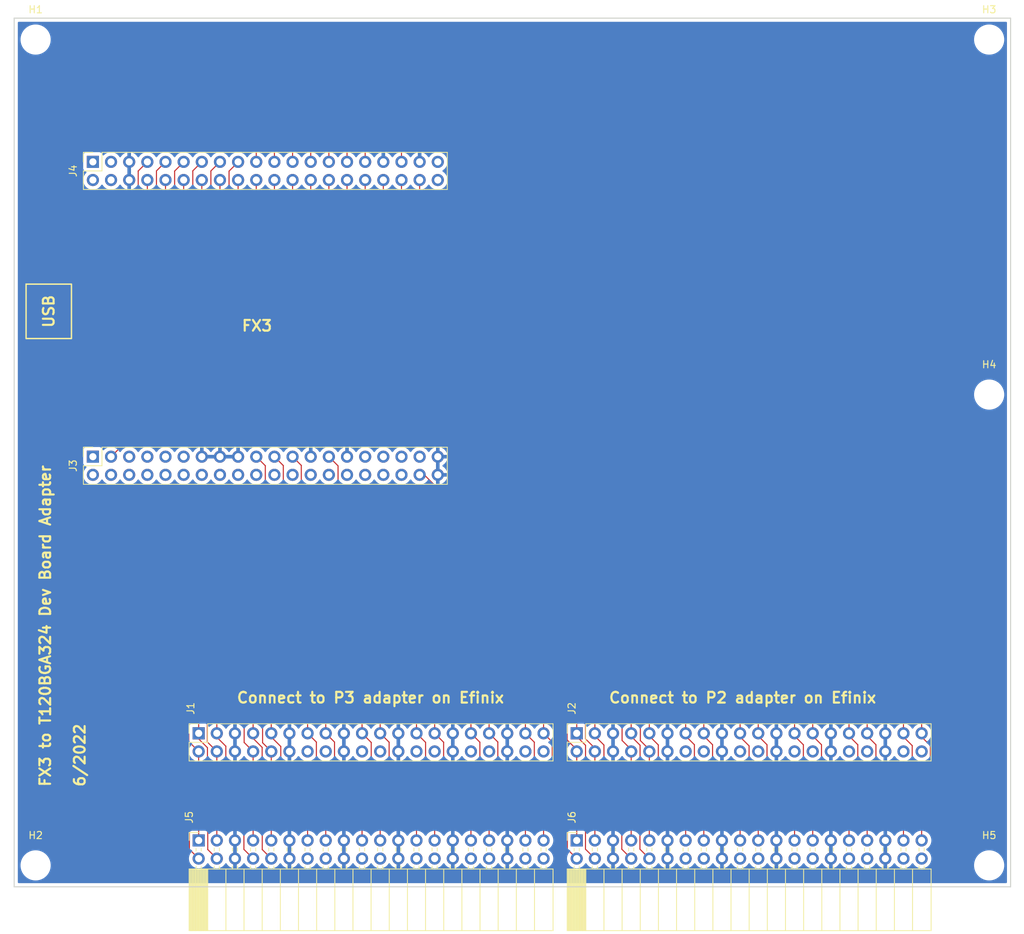
<source format=kicad_pcb>
(kicad_pcb (version 20211014) (generator pcbnew)

  (general
    (thickness 1.6)
  )

  (paper "A4")
  (layers
    (0 "F.Cu" signal)
    (31 "B.Cu" signal)
    (34 "B.Paste" user)
    (35 "F.Paste" user)
    (36 "B.SilkS" user "B.Silkscreen")
    (37 "F.SilkS" user "F.Silkscreen")
    (38 "B.Mask" user)
    (39 "F.Mask" user)
    (41 "Cmts.User" user "User.Comments")
    (44 "Edge.Cuts" user)
    (45 "Margin" user)
    (46 "B.CrtYd" user "B.Courtyard")
    (47 "F.CrtYd" user "F.Courtyard")
  )

  (setup
    (stackup
      (layer "F.SilkS" (type "Top Silk Screen"))
      (layer "F.Paste" (type "Top Solder Paste"))
      (layer "F.Mask" (type "Top Solder Mask") (thickness 0.01))
      (layer "F.Cu" (type "copper") (thickness 0.035))
      (layer "dielectric 1" (type "core") (thickness 1.51) (material "FR4") (epsilon_r 4.5) (loss_tangent 0.02))
      (layer "B.Cu" (type "copper") (thickness 0.035))
      (layer "B.Mask" (type "Bottom Solder Mask") (thickness 0.01))
      (layer "B.Paste" (type "Bottom Solder Paste"))
      (layer "B.SilkS" (type "Bottom Silk Screen"))
      (copper_finish "None")
      (dielectric_constraints no)
    )
    (pad_to_mask_clearance 0.0508)
    (solder_mask_min_width 0.25)
    (pcbplotparams
      (layerselection 0x00010fc_ffffffff)
      (disableapertmacros false)
      (usegerberextensions false)
      (usegerberattributes false)
      (usegerberadvancedattributes false)
      (creategerberjobfile false)
      (svguseinch false)
      (svgprecision 6)
      (excludeedgelayer true)
      (plotframeref false)
      (viasonmask false)
      (mode 1)
      (useauxorigin false)
      (hpglpennumber 1)
      (hpglpenspeed 20)
      (hpglpendiameter 15.000000)
      (dxfpolygonmode true)
      (dxfimperialunits true)
      (dxfusepcbnewfont true)
      (psnegative false)
      (psa4output false)
      (plotreference true)
      (plotvalue true)
      (plotinvisibletext false)
      (sketchpadsonfab false)
      (subtractmaskfromsilk false)
      (outputformat 1)
      (mirror false)
      (drillshape 1)
      (scaleselection 1)
      (outputdirectory "")
    )
  )

  (net 0 "")
  (net 1 "GND")
  (net 2 "DQ8")
  (net 3 "CTL5")
  (net 4 "B_TXN03")
  (net 5 "CTL4")
  (net 6 "B_TXP03")
  (net 7 "unconnected-(J1-Pad14)")
  (net 8 "B_TXN02")
  (net 9 "unconnected-(J1-Pad16)")
  (net 10 "B_TXN01")
  (net 11 "unconnected-(J1-Pad20)")
  (net 12 "unconnected-(J1-Pad22)")
  (net 13 "B_TXP08")
  (net 14 "unconnected-(J1-Pad26)")
  (net 15 "unconnected-(J1-Pad28)")
  (net 16 "B_TXP01")
  (net 17 "unconnected-(J1-Pad32)")
  (net 18 "B_TXP00")
  (net 19 "unconnected-(J1-Pad34)")
  (net 20 "DQ9")
  (net 21 "unconnected-(J1-Pad38)")
  (net 22 "CTL6")
  (net 23 "unconnected-(J1-Pad40)")
  (net 24 "B_TXP07")
  (net 25 "B_TXN00")
  (net 26 "B_TXN07")
  (net 27 "B_TXN08")
  (net 28 "B_TXP02")
  (net 29 "unconnected-(J2-Pad14)")
  (net 30 "unconnected-(J2-Pad16)")
  (net 31 "unconnected-(J2-Pad20)")
  (net 32 "unconnected-(J2-Pad22)")
  (net 33 "B_TXP04")
  (net 34 "unconnected-(J2-Pad26)")
  (net 35 "B_TXN04")
  (net 36 "unconnected-(J2-Pad28)")
  (net 37 "B_TXP05")
  (net 38 "unconnected-(J2-Pad32)")
  (net 39 "B_TXN05")
  (net 40 "unconnected-(J2-Pad34)")
  (net 41 "B_TXP06")
  (net 42 "unconnected-(J2-Pad38)")
  (net 43 "B_TXN06")
  (net 44 "unconnected-(J2-Pad40)")
  (net 45 "unconnected-(J3-Pad1)")
  (net 46 "unconnected-(J3-Pad2)")
  (net 47 "unconnected-(J3-Pad4)")
  (net 48 "unconnected-(J3-Pad5)")
  (net 49 "DQ31")
  (net 50 "PMODE_2")
  (net 51 "DQ30")
  (net 52 "PMODE_1")
  (net 53 "DQ29")
  (net 54 "PMODE_0")
  (net 55 "DQ28")
  (net 56 "GPIO45")
  (net 57 "DQ27")
  (net 58 "DQ26")
  (net 59 "DQ25")
  (net 60 "DQ24")
  (net 61 "DQ23")
  (net 62 "DQ22")
  (net 63 "DQ21")
  (net 64 "DQ20")
  (net 65 "I2S_WS")
  (net 66 "DQ19")
  (net 67 "I2S_SD")
  (net 68 "DQ18")
  (net 69 "I2S_MCLK")
  (net 70 "DQ17")
  (net 71 "I2S_CLK")
  (net 72 "unconnected-(J4-Pad1)")
  (net 73 "unconnected-(J4-Pad2)")
  (net 74 "unconnected-(J4-Pad3)")
  (net 75 "unconnected-(J4-Pad4)")
  (net 76 "I2C_SDA")
  (net 77 "I2C_SCL")
  (net 78 "unconnected-(J5-Pad14)")
  (net 79 "unconnected-(J5-Pad16)")
  (net 80 "unconnected-(J5-Pad20)")
  (net 81 "unconnected-(J5-Pad22)")
  (net 82 "unconnected-(J5-Pad26)")
  (net 83 "unconnected-(J5-Pad28)")
  (net 84 "unconnected-(J5-Pad32)")
  (net 85 "unconnected-(J5-Pad34)")
  (net 86 "unconnected-(J5-Pad38)")
  (net 87 "unconnected-(J5-Pad40)")
  (net 88 "unconnected-(J6-Pad14)")
  (net 89 "unconnected-(J6-Pad16)")
  (net 90 "unconnected-(J6-Pad20)")
  (net 91 "unconnected-(J6-Pad22)")
  (net 92 "unconnected-(J6-Pad26)")
  (net 93 "unconnected-(J6-Pad28)")
  (net 94 "unconnected-(J6-Pad32)")
  (net 95 "unconnected-(J6-Pad34)")
  (net 96 "unconnected-(J6-Pad38)")
  (net 97 "unconnected-(J6-Pad40)")
  (net 98 "CTL3")
  (net 99 "DQ5")
  (net 100 "CTL2")
  (net 101 "DQ4")
  (net 102 "CTL1")
  (net 103 "DQ3")
  (net 104 "DQ6")
  (net 105 "DQ0")
  (net 106 "DQ1")
  (net 107 "PCLK")
  (net 108 "DQ2")
  (net 109 "CTL0")
  (net 110 "DQ7")

  (footprint "MountingHole:MountingHole_3.2mm_M3" (layer "F.Cu") (at 84.52125 153.76375))

  (footprint "MountingHole:MountingHole_3.2mm_M3" (layer "F.Cu") (at 217.94125 38.15375))

  (footprint "MountingHole:MountingHole_3.2mm_M3" (layer "F.Cu") (at 217.94125 87.85375))

  (footprint "MountingHole:MountingHole_3.2mm_M3" (layer "F.Cu") (at 84.52125 38.15375))

  (footprint "Connector_PinSocket_2.54mm:PinSocket_2x20_P2.54mm_Vertical" (layer "F.Cu") (at 92.53362 55.27362 90))

  (footprint "Connector_PinSocket_2.54mm:PinSocket_2x20_P2.54mm_Vertical" (layer "F.Cu") (at 160.23362 135.27362 90))

  (footprint "Connector_PinSocket_2.54mm:PinSocket_2x20_P2.54mm_Vertical" (layer "F.Cu") (at 107.33362 135.27362 90))

  (footprint "Connector_PinSocket_2.54mm:PinSocket_2x20_P2.54mm_Horizontal" (layer "F.Cu") (at 107.33362 150.27362 90))

  (footprint "Connector_PinSocket_2.54mm:PinSocket_2x20_P2.54mm_Vertical" (layer "F.Cu") (at 92.53362 96.54862 90))

  (footprint "MountingHole:MountingHole_3.2mm_M3" (layer "F.Cu") (at 217.94125 153.76375))

  (footprint "Connector_PinSocket_2.54mm:PinSocket_2x20_P2.54mm_Horizontal" (layer "F.Cu") (at 160.23362 150.27362 90))

  (gr_rect (start 89.535 80.01) (end 83.185 72.39) (layer "F.SilkS") (width 0.2) (fill none) (tstamp 99bd1e3e-3b8d-4310-b606-44af8c0588ed))
  (gr_rect locked (start 81.52125 35.15375) (end 220.94125 156.76375) (layer "Cmts.User") (width 0.1) (fill none) (tstamp 9a47920a-805d-4940-905a-0cb0aeb65e4d))
  (gr_line locked (start 81.52125 156.76375) (end 81.52125 35.15375) (layer "Edge.Cuts") (width 0.15) (tstamp 43707e99-bdd7-4b02-9974-540ed6c2b0aa))
  (gr_line locked (start 220.94125 35.15375) (end 220.94125 156.76375) (layer "Edge.Cuts") (width 0.15) (tstamp d4c9471f-7503-4339-928c-d1abae1eede6))
  (gr_line locked (start 220.94125 156.76375) (end 81.52125 156.76375) (layer "Edge.Cuts") (width 0.15) (tstamp e17e6c0e-7e5b-43f0-ad48-0a2760b45b04))
  (gr_line locked (start 81.52125 35.15375) (end 220.94125 35.15375) (layer "Edge.Cuts") (width 0.15) (tstamp e4e20505-1208-4100-a4aa-676f50844c06))
  (gr_text "FX3 to T120BGA324 Dev Board Adapter\n\n6/2022" (at 88.28362 142.89362 -270) (layer "F.SilkS") (tstamp 5a9da4b3-138f-40bf-88ab-d4ccaf8f0def)
    (effects (font (size 1.5 1.5) (thickness 0.3)) (justify left))
  )
  (gr_text "Connect to P2 adapter on Efinix" (at 183.44237 130.29487) (layer "F.SilkS") (tstamp 71a28f92-d814-4b7b-a263-816780f3c045)
    (effects (font (size 1.5 1.5) (thickness 0.3)))
  )
  (gr_text "Connect to P3 adapter on Efinix" (at 131.37237 130.29487) (layer "F.SilkS") (tstamp 8a897ca0-8777-4773-bb1a-a9895ee8d39f)
    (effects (font (size 1.5 1.5) (thickness 0.3)))
  )
  (gr_text "FX3" (at 115.49737 78.22487) (layer "F.SilkS") (tstamp ad862eec-ef06-4947-8775-115e3b8eb85e)
    (effects (font (size 1.5 1.5) (thickness 0.3)))
  )
  (gr_text "USB" (at 86.36 76.2 90) (layer "F.SilkS") (tstamp c13eee10-4bba-466f-a9fe-a5907705f6d9)
    (effects (font (size 1.5 1.5) (thickness 0.3)))
  )

  (segment (start 160.23362 135.721031) (end 161.46596 136.953371) (width 0.1524) (layer "F.Cu") (net 2) (tstamp 250166f8-0d66-4443-81a7-cf11e24b93bc))
  (segment (start 161.46596 147.02628) (end 160.23362 148.25862) (width 0.1524) (layer "F.Cu") (net 2) (tstamp 40dec8e8-c312-4def-8f61-ec6339e1a2da))
  (segment (start 117.93362 57.81362) (end 117.93362 60.96362) (width 0.1524) (layer "F.Cu") (net 2) (tstamp 623a1aa3-70ce-414a-af19-1275dc2ffa5f))
  (segment (start 161.46596 136.953371) (end 161.46596 147.02628) (width 0.1524) (layer "F.Cu") (net 2) (tstamp 7a0cc778-3879-47cb-bd23-1cf4f61b43b9))
  (segment (start 160.23362 135.27362) (end 160.23362 135.721031) (width 0.1524) (layer "F.Cu") (net 2) (tstamp aaccfafb-a7e4-42e7-8bbf-f1d2c904dbca))
  (segment (start 160.23362 148.25862) (end 160.23362 150.27362) (width 0.1524) (layer "F.Cu") (net 2) (tstamp b242b050-5cb3-4a48-bacd-a2eb35b21dda))
  (segment (start 160.23362 103.26362) (end 160.23362 135.27362) (width 0.1524) (layer "F.Cu") (net 2) (tstamp e1cae624-a886-43dc-9c0e-464130056502))
  (segment (start 117.93362 60.96362) (end 160.23362 103.26362) (width 0.1524) (layer "F.Cu") (net 2) (tstamp f4208f1c-4ec3-4c5c-93a6-676cdc93e479))
  (segment (start 207.17862 137.00362) (end 207.17862 147.03362) (width 0.1524) (layer "F.Cu") (net 3) (tstamp 0b385f4a-f58d-447a-8bb3-a141f7159858))
  (segment (start 205.95362 135.27362) (end 205.95362 135.77862) (width 0.1524) (layer "F.Cu") (net 3) (tstamp 2caaa8f9-d374-450f-aa97-ea50ee8cb62d))
  (segment (start 205.95362 77.22862) (end 205.95362 135.27362) (width 0.1524) (layer "F.Cu") (net 3) (tstamp 4ad313bc-0785-47df-b707-508e61060d8a))
  (segment (start 117.93362 55.27362) (end 117.93362 51.49362) (width 0.1524) (layer "F.Cu") (net 3) (tstamp 695f8bb2-c2a3-4137-bd01-c9cc6f7c3817))
  (segment (start 117.93362 51.49362) (end 126.53362 42.89362) (width 0.1524) (layer "F.Cu") (net 3) (tstamp 81be9715-5074-4f86-8421-f660d7846447))
  (segment (start 171.61862 42.89362) (end 205.95362 77.22862) (width 0.1524) (layer "F.Cu") (net 3) (tstamp c0af72a6-1656-46b1-bdb2-6cfdb79cefcf))
  (segment (start 205.95362 135.77862) (end 207.17862 137.00362) (width 0.1524) (layer "F.Cu") (net 3) (tstamp c53ad424-1ad3-45ae-838c-b97ca69a871a))
  (segment (start 126.53362 42.89362) (end 171.61862 42.89362) (width 0.1524) (layer "F.Cu") (net 3) (tstamp d52d848a-f4df-4d85-b8cd-c564c6f4ecc8))
  (segment (start 207.17862 147.03362) (end 205.95362 148.25862) (width 0.1524) (layer "F.Cu") (net 3) (tstamp fda58286-f568-4f7f-bc6d-255bed3d4c72))
  (segment (start 205.95362 148.25862) (end 205.95362 150.27362) (width 0.1524) (layer "F.Cu") (net 3) (tstamp ff12f322-a1a8-46a2-b5dc-1b76886b5164))
  (segment (start 89.70362 101.31362) (end 92.24362 103.85362) (width 0.1524) (layer "F.Cu") (net 4) (tstamp 05e0c82c-f097-47c5-b63a-c2023a5e2c95))
  (segment (start 112.56362 103.85362) (end 132.73362 124.02362) (width 0.1524) (layer "F.Cu") (net 4) (tstamp 4dc123a1-efb6-463c-b27c-2bd513507f48))
  (segment (start 132.73362 124.02362) (end 132.73362 135.27362) (width 0.1524) (layer "F.Cu") (net 4) (tstamp 4e665d8e-40b4-42a6-a516-3f1e0051ed1d))
  (segment (start 133.984913 136.524913) (end 133.984913 147.202327) (width 0.1524) (layer "F.Cu") (net 4) (tstamp 5765b4e0-f93f-431b-bd03-8c47e8dd0686))
  (segment (start 112.85362 74.98862) (end 96.68862 91.15362) (width 0.1524) (layer "F.Cu") (net 4) (tstamp 6a977f55-dc0f-4887-95ee-1badffc5f318))
  (segment (start 94.14862 91.15362) (end 89.70362 95.59862) (width 0.1524) (layer "F.Cu") (net 4) (tstamp 6b8309b6-8b8a-4ee9-8818-840756fc4515))
  (segment (start 133.984913 147.202327) (end 132.73362 148.45362) (width 0.1524) (layer "F.Cu") (net 4) (tstamp a46a0b7b-5a80-4943-8433-a0ee2a9d0edb))
  (segment (start 92.24362 103.85362) (end 112.56362 103.85362) (width 0.1524) (layer "F.Cu") (net 4) (tstamp a8aa87f2-e5ec-45df-b68e-1fc504c165b5))
  (segment (start 89.70362 95.59862) (end 89.70362 101.31362) (width 0.1524) (layer "F.Cu") (net 4) (tstamp b3d88f39-d537-4f45-be90-857e831a6220))
  (segment (start 96.68862 91.15362) (end 94.14862 91.15362) (width 0.1524) (layer "F.Cu") (net 4) (tstamp c442fd35-f9ca-4ff5-a765-5d7ecab810bb))
  (segment (start 132.73362 135.27362) (end 133.984913 136.524913) (width 0.1524) (layer "F.Cu") (net 4) (tstamp da43b467-07ee-454c-99cf-77bc95904657))
  (segment (start 132.73362 148.45362) (end 132.73362 150.27362) (width 0.1524) (layer "F.Cu") (net 4) (tstamp de9a1639-c2e0-44c2-ad2d-381e4e9cccb3))
  (segment (start 112.85362 57.81362) (end 112.85362 74.98862) (width 0.1524) (layer "F.Cu") (net 4) (tstamp f4f16897-311b-4a1b-9c6c-0c56d5318979))
  (segment (start 120.47362 51.78362) (end 128.09362 44.16362) (width 0.1524) (layer "F.Cu") (net 5) (tstamp 2b9a2b5c-e7f8-46fd-91f7-2ef9f8fd30ff))
  (segment (start 200.87362 148.25862) (end 200.87362 150.27362) (width 0.1524) (layer "F.Cu") (net 5) (tstamp 468cc70b-cc98-489a-999a-9c46e6e0385e))
  (segment (start 128.09362 44.16362) (end 170.34862 44.16362) (width 0.1524) (layer "F.Cu") (net 5) (tstamp 53dbc454-f5c0-4fcb-ba86-475a56c3d580))
  (segment (start 200.87362 135.64862) (end 202.09862 136.87362) (width 0.1524) (layer "F.Cu") (net 5) (tstamp 5af1a22f-965e-4901-add9-0068611ebe29))
  (segment (start 202.09862 147.03362) (end 200.87362 148.25862) (width 0.1524) (layer "F.Cu") (net 5) (tstamp 70a75006-0ab7-45e0-9210-316f54815c3f))
  (segment (start 120.47362 55.27362) (end 120.47362 51.78362) (width 0.1524) (layer "F.Cu") (net 5) (tstamp 7226cb76-a69c-4cdb-9c98-ae00e64b567c))
  (segment (start 200.87362 135.27362) (end 200.87362 135.64862) (width 0.1524) (layer "F.Cu") (net 5) (tstamp 7be69e98-b3df-44f6-95f1-c99c4026f2f7))
  (segment (start 200.87362 74.68862) (end 200.87362 135.27362) (width 0.1524) (layer "F.Cu") (net 5) (tstamp b120f721-6e17-4523-874f-5af22d029278))
  (segment (start 170.34862 44.16362) (end 200.87362 74.68862) (width 0.1524) (layer "F.Cu") (net 5) (tstamp d1d71fd5-8234-474f-a2b1-63f06a3cd48d))
  (segment (start 202.09862 136.87362) (end 202.09862 147.03362) (width 0.1524) (layer "F.Cu") (net 5) (tstamp eb199552-259e-4ba9-9e12-0dd6a08cb2c7))
  (segment (start 131.481493 136.561493) (end 131.481493 147.165747) (width 0.1524) (layer "F.Cu") (net 6) (tstamp 007192d7-3587-4b64-9d95-4b1ac7285aa8))
  (segment (start 94.14862 90.51862) (end 89.06862 95.59862) (width 0.1524) (layer "F.Cu") (net 6) (tstamp 0cfab9d4-64a8-4de7-85c1-a3f1d361a704))
  (segment (start 110.65862 104.48862) (end 130.19362 124.02362) (width 0.1524) (layer "F.Cu") (net 6) (tstamp 14f6353b-f9f4-4a82-92eb-669acfe0bff5))
  (segment (start 89.06862 95.59862) (end 89.06862 101.31362) (width 0.1524) (layer "F.Cu") (net 6) (tstamp 1c614dd3-60c9-4509-8ebe-2dc5d3d61fde))
  (segment (start 112.85362 55.30362) (end 111.585761 56.571479) (width 0.1524) (layer "F.Cu") (net 6) (tstamp 24eafcdc-a012-41ba-9eb0-1a9ef7eb4bde))
  (segment (start 92.24362 104.48862) (end 110.65862 104.48862) (width 0.1524) (layer "F.Cu") (net 6) (tstamp 2dc1c3b5-a523-4785-ae55-8920b2deda2e))
  (segment (start 130.19362 135.27362) (end 131.481493 136.561493) (width 0.1524) (layer "F.Cu") (net 6) (tstamp 50e90730-0e61-4986-bef0-7e14766c00a5))
  (segment (start 131.481493 147.165747) (end 130.19362 148.45362) (width 0.1524) (layer "F.Cu") (net 6) (tstamp 67664a9c-eb45-4ba2-a506-9bb070948c8e))
  (segment (start 111.585761 75.621479) (end 96.68862 90.51862) (width 0.1524) (layer "F.Cu") (net 6) (tstamp 7e2e5e30-7099-44c7-ba08-41e7e2559000))
  (segment (start 111.585761 56.571479) (end 111.585761 75.621479) (width 0.1524) (layer "F.Cu") (net 6) (tstamp 88f39093-5d9a-4264-9082-411aa217a9b7))
  (segment (start 130.19362 148.45362) (end 130.19362 150.27362) (width 0.1524) (layer "F.Cu") (net 6) (tstamp 8e0ce85d-050d-4534-90b1-fdf5736a421e))
  (segment (start 89.06862 101.31362) (end 92.24362 104.48862) (width 0.1524) (layer "F.Cu") (net 6) (tstamp 9161e20d-0ed5-4dfa-8eae-8dc90c12bb18))
  (segment (start 112.85362 55.27362) (end 112.85362 55.30362) (width 0.1524) (layer "F.Cu") (net 6) (tstamp ca7359b7-af76-48db-af66-4e7f2382a324))
  (segment (start 96.68862 90.51862) (end 94.14862 90.51862) (width 0.1524) (layer "F.Cu") (net 6) (tstamp cfa1c82d-b201-46f4-a5fd-47ef45192ca7))
  (segment (start 130.19362 124.02362) (end 130.19362 135.27362) (width 0.1524) (layer "F.Cu") (net 6) (tstamp eea26791-8a2b-458a-9458-287a6d8fda29))
  (segment (start 126.34265 147.22459) (end 125.11362 148.45362) (width 0.1524) (layer "F.Cu") (net 8) (tstamp 2bc1fa15-c5cc-4be4-9058-2023934ff15c))
  (segment (start 125.11362 135.27362) (end 126.34265 136.50265) (width 0.1524) (layer "F.Cu") (net 8) (tstamp 4d8e2332-49d7-4fbe-9ba0-a58b7a5aeb80))
  (segment (start 125.11362 124.02362) (end 125.11362 135.27362) (width 0.1524) (layer "F.Cu") (net 8) (tstamp 58d55489-4d07-4ab9-b1e2-84953f30557f))
  (segment (start 106.21362 105.12362) (end 125.11362 124.02362) (width 0.1524) (layer "F.Cu") (net 8) (tstamp 5bf581d3-f8dd-4ec1-9b1e-925b17f45360))
  (segment (start 88.43362 95.59862) (end 88.43362 101.31362) (width 0.1524) (layer "F.Cu") (net 8) (tstamp 60f5eeaf-bb7a-42b0-89bc-3e21316fc77f))
  (segment (start 126.34265 136.50265) (end 126.34265 147.22459) (width 0.1524) (layer "F.Cu") (net 8) (tstamp 66e8c469-746a-4cb2-9a48-c451288d7be4))
  (segment (start 110.31362 57.81362) (end 110.31362 76.25862) (width 0.1524) (layer "F.Cu") (net 8) (tstamp 6e05bd12-76cd-41da-a578-27c7e0f305db))
  (segment (start 94.14862 89.88362) (end 88.43362 95.59862) (width 0.1524) (layer "F.Cu") (net 8) (tstamp 73621818-acdc-4bc4-90b9-440e912bd3c4))
  (segment (start 96.68862 89.88362) (end 94.14862 89.88362) (width 0.1524) (layer "F.Cu") (net 8) (tstamp 87e00f23-893d-44e3-9a6e-877d01a2bc42))
  (segment (start 125.11362 148.45362) (end 125.11362 150.27362) (width 0.1524) (layer "F.Cu") (net 8) (tstamp 97f42fe6-ad19-4876-bc5e-04a582747df0))
  (segment (start 110.31362 76.25862) (end 96.68862 89.88362) (width 0.1524) (layer "F.Cu") (net 8) (tstamp b9c0f8d4-43a2-48e4-8787-84a48431266d))
  (segment (start 92.24362 105.12362) (end 106.21362 105.12362) (width 0.1524) (layer "F.Cu") (net 8) (tstamp c6c3ba8b-a806-4f1d-a4c3-cd47ec18be10))
  (segment (start 88.43362 101.31362) (end 92.24362 105.12362) (width 0.1524) (layer "F.Cu") (net 8) (tstamp dc37cf1b-62d4-4363-a19f-cc6dd9a01ab3))
  (segment (start 87.16362 101.31362) (end 87.16362 95.59862) (width 0.1524) (layer "F.Cu") (net 10) (tstamp 11e5c6ab-d420-465b-af4a-a6703dfa7571))
  (segment (start 96.68862 88.61362) (end 107.77362 77.52862) (width 0.1524) (layer "F.Cu") (net 10) (tstamp 15ca8f44-f56f-4177-8e7e-ac17aa5a32b2))
  (segment (start 99.86362 106.39362) (end 92.24362 106.39362) (width 0.1524) (layer "F.Cu") (net 10) (tstamp 19f1fa5d-b7ff-4528-b1b0-56f0e0374ab0))
  (segment (start 117.49362 135.27362) (end 117.49362 135.792051) (width 0.1524) (layer "F.Cu") (net 10) (tstamp 1bd0de23-d6af-42b0-a867-81c7b49b18fa))
  (segment (start 118.821805 147.125435) (end 117.49362 148.45362) (width 0.1524) (layer "F.Cu") (net 10) (tstamp 2d3fa9f6-91e6-428c-91d2-a408d494c4c9))
  (segment (start 118.821805 137.120236) (end 118.821805 147.125435) (width 0.1524) (layer "F.Cu") (net 10) (tstamp 2d86d828-1974-457f-81a4-86dd04f80421))
  (segment (start 117.49362 135.27362) (end 117.49362 124.02362) (width 0.1524) (layer "F.Cu") (net 10) (tstamp 308c6992-c726-4a21-8f3d-67813dfe947a))
  (segment (start 117.49362 148.45362) (end 117.49362 150.27362) (width 0.1524) (layer "F.Cu") (net 10) (tstamp 5561c990-daf4-4405-ba12-e4e85a00da33))
  (segment (start 117.49362 124.02362) (end 99.86362 106.39362) (width 0.1524) (layer "F.Cu") (net 10) (tstamp 958ad6d6-1bac-4581-a8ba-1d7bc051ef22))
  (segment (start 92.24362 106.39362) (end 87.16362 101.31362) (width 0.1524) (layer "F.Cu") (net 10) (tstamp a59def6c-7aaa-4d89-bf79-75feb73f17be))
  (segment (start 87.16362 95.59862) (end 94.14862 88.61362) (width 0.1524) (layer "F.Cu") (net 10) (tstamp af3147fd-7bc9-46cd-9f49-ae25b934d602))
  (segment (start 94.14862 88.61362) (end 96.68862 88.61362) (width 0.1524) (layer "F.Cu") (net 10) (tstamp b92c0e61-6205-49ec-99da-2c4fbc84518c))
  (segment (start 117.49362 135.792051) (end 118.821805 137.120236) (width 0.1524) (layer "F.Cu") (net 10) (tstamp c02813e9-2310-41a8-b58f-b902c4431364))
  (segment (start 107.77362 77.52862) (end 107.77362 57.81362) (width 0.1524) (layer "F.Cu") (net 10) (tstamp d04e9a7b-a308-477d-9911-834dcd2ebe73))
  (segment (start 103.968801 79.428439) (end 96.68862 86.70862) (width 0.1524) (layer "F.Cu") (net 13) (tstamp 46306942-f21d-45dc-a025-d95b7d683138))
  (segment (start 114.95362 147.18362) (end 114.95362 137.81362) (width 0.1524) (layer "F.Cu") (net 13) (tstamp 4bd4c793-83b6-4455-9993-0e6f8ce3b88b))
  (segment (start 114.95362 152.81362) (end 113.664792 151.524792) (width 0.1524) (layer "F.Cu") (net 13) (tstamp 4d52f760-ea87-40a3-b28e-59be9aa7c746))
  (segment (start 103.968801 56.568439) (end 103.968801 79.428439) (width 0.1524) (layer "F.Cu") (net 13) (tstamp 4ffb52c1-f0e9-47e6-ac4e-4d926d6a6083))
  (segment (start 113.700636 136.560636) (end 114.95362 137.81362) (width 0.1524) (layer "F.Cu") (net 13) (tstamp 6a88ed4b-b6af-461d-ab0b-f5cbd89bbc33))
  (segment (start 113.664792 148.472448) (end 114.95362 147.18362) (width 0.1524) (layer "F.Cu") (net 13) (tstamp 838393e9-6977-4a96-8df2-01f4e4e359e7))
  (segment (start 113.700636 124.040636) (end 113.700636 136.560636) (width 0.1524) (layer "F.Cu") (net 13) (tstamp 85b172d4-019a-4b61-8acc-1dea47f147ed))
  (segment (start 94.14862 86.70862) (end 85.25862 95.59862) (width 0.1524) (layer "F.Cu") (net 13) (tstamp 88b62673-ee02-4a1e-ba30-5b13454000e2))
  (segment (start 105.23362 55.27362) (end 105.23362 55.30362) (width 0.1524) (layer "F.Cu") (net 13) (tstamp 8bb1248b-96e0-43c0-bcb1-c36aca5524e7))
  (segment (start 92.24362 108.29862) (end 97.95862 108.29862) (width 0.1524) (layer "F.Cu") (net 13) (tstamp 99d13cbe-8e1d-4fd2-847e-1acfe4e2e10b))
  (segment (start 105.23362 55.30362) (end 103.968801 56.568439) (width 0.1524) (layer "F.Cu") (net 13) (tstamp c42853aa-a97d-4d29-9be2-0eeabe31eabf))
  (segment (start 96.68862 86.70862) (end 94.14862 86.70862) (width 0.1524) (layer "F.Cu") (net 13) (tstamp c71acb71-33ff-4130-bce9-b3db994fb828))
  (segment (start 85.25862 101.31362) (end 92.24362 108.29862) (width 0.1524) (layer "F.Cu") (net 13) (tstamp de1b346f-da11-4478-b413-281715c7670e))
  (segment (start 97.95862 108.29862) (end 113.700636 124.040636) (width 0.1524) (layer "F.Cu") (net 13) (tstamp e43e4d09-c774-434a-a2cd-f49ec8e91d08))
  (segment (start 113.664792 151.524792) (end 113.664792 148.472448) (width 0.1524) (layer "F.Cu") (net 13) (tstamp ed9ded69-0d96-47b9-a95b-2479b148ef5b))
  (segment (start 85.25862 95.59862) (end 85.25862 101.31362) (width 0.1524) (layer "F.Cu") (net 13) (tstamp f8d69349-a1df-4d59-a996-01a92c143928))
  (segment (start 92.24362 107.66362) (end 98.59362 107.66362) (width 0.1524) (layer "F.Cu") (net 16) (tstamp 01bcb97b-a231-420d-804d-c4db15d6e931))
  (segment (start 116.219472 147.187768) (end 114.95362 148.45362) (width 0.1524) (layer "F.Cu") (net 16) (tstamp 0a70c9ad-552e-4b74-a954-bfd269b5559a))
  (segment (start 85.89362 101.31362) (end 92.24362 107.66362) (width 0.1524) (layer "F.Cu") (net 16) (tstamp 0d9562ba-04fc-4b9b-94f5-1ec74ccffdc6))
  (segment (start 85.89362 95.59862) (end 85.89362 101.31362) (width 0.1524) (layer "F.Cu") (net 16) (tstamp 1068c509-8228-4ac6-b9dd-6aa8e780d16c))
  (segment (start 114.95362 135.27362) (end 114.95362 135.985734) (width 0.1524) (layer "F.Cu") (net 16) (tstamp 15383e5a-8dc6-43bc-9f25-2edc6d73fcdc))
  (segment (start 96.68862 87.34362) (end 94.14862 87.34362) (width 0.1524) (layer "F.Cu") (net 16) (tstamp 1a2f0fb3-9785-4344-8e52-3d62bffaf7ef))
  (segment (start 98.59362 107.66362) (end 114.95362 124.02362) (width 0.1524) (layer "F.Cu") (net 16) (tstamp 643c8253-7cab-4ccc-b898-91d0f65696f7))
  (segment (start 114.95362 148.45362) (end 114.95362 150.27362) (width 0.1524) (layer "F.Cu") (net 16) (tstamp 707fec34-675f-43d4-b036-cc4bf971b175))
  (segment (start 94.14862 87.34362) (end 85.89362 95.59862) (width 0.1524) (layer "F.Cu") (net 16) (tstamp 8224d088-176f-414a-9b9d-27c643a1f22d))
  (segment (start 105.23362 78.79862) (end 96.68862 87.34362) (width 0.1524) (layer "F.Cu") (net 16) (tstamp 93ebbc78-ea8d-409e-a299-8513c15daac0))
  (segment (start 114.95362 135.985734) (end 116.219472 137.251586) (width 0.1524) (layer "F.Cu") (net 16) (tstamp 9ac4cb10-31db-415e-b43a-e2d6b66cb840))
  (segment (start 114.95362 124.02362) (end 114.95362 135.27362) (width 0.1524) (layer "F.Cu") (net 16) (tstamp a5ae21a0-5889-4541-a24a-89ee2d4a896f))
  (segment (start 105.23362 57.81362) (end 105.23362 78.79862) (width 0.1524) (layer "F.Cu") (net 16) (tstamp ec666e74-874d-4042-bb79-e4d02ad1484b))
  (segment (start 116.219472 137.251586) (end 116.219472 147.187768) (width 0.1524) (layer "F.Cu") (net 16) (tstamp f1501db0-c920-4bad-9231-7b3a438c21ff))
  (segment (start 107.33362 124.02362) (end 107.33362 135.27362) (width 0.1524) (layer "F.Cu") (net 18) (tstamp 0c761edb-5168-466f-853a-b6809a110d41))
  (segment (start 107.33362 136.059258) (end 108.563134 137.288772) (width 0.1524) (layer "F.Cu") (net 18) (tstamp 196178d6-a7d1-4d7a-9f39-14bc20d42596))
  (segment (start 107.33362 135.27362) (end 107.33362 136.059258) (width 0.1524) (layer "F.Cu") (net 18) (tstamp 2a130ede-dc84-4dbd-8b03-74ed268e686c))
  (segment (start 107.33362 148.433937) (end 107.33362 150.27362) (width 0.1524) (layer "F.Cu") (net 18) (tstamp 3e821ad4-dd7a-4040-b745-d2f300b606a0))
  (segment (start 96.68862 84.80362) (end 94.14862 84.80362) (width 0.1524) (layer "F.Cu") (net 18) (tstamp 43ce9698-ee26-403b-a85d-137d0a352d70))
  (segment (start 108.563134 147.204423) (end 107.33362 148.433937) (width 0.1524) (layer "F.Cu") (net 18) (tstamp 4f9e0c8f-8ea6-4009-acfc-b011ef54731a))
  (segment (start 100.15362 81.33862) (end 96.68862 84.80362) (width 0.1524) (layer "F.Cu") (net 18) (tstamp 6bde1cfb-c044-4e7c-bae0-d7f38f581146))
  (segment (start 83.35362 101.31362) (end 92.24362 110.20362) (width 0.1524) (layer "F.Cu") (net 18) (tstamp 7bb212a1-fd2a-4aea-8d28-343812e49a67))
  (segment (start 100.15362 57.81362) (end 100.15362 81.33862) (width 0.1524) (layer "F.Cu") (net 18) (tstamp 9a1381cf-fa32-4108-8f5c-7abba2a38e2c))
  (segment (start 94.14862 84.80362) (end 83.35362 95.59862) (width 0.1524) (layer "F.Cu") (net 18) (tstamp a7e33632-ec43-4e2c-a285-9fc42feae1bb))
  (segment (start 83.35362 95.59862) (end 83.35362 101.31362) (width 0.1524) (layer "F.Cu") (net 18) (tstamp ab577cbb-f31b-4d12-a4f1-a2bb7977810b))
  (segment (start 92.24362 110.20362) (end 93.51362 110.20362) (width 0.1524) (layer "F.Cu") (net 18) (tstamp bdabac6f-61d9-4ee7-9c9d-20454a05c2b6))
  (segment (start 93.51362 110.20362) (end 107.33362 124.02362) (width 0.1524) (layer "F.Cu") (net 18) (tstamp f3475823-dedc-4098-a8f2-679971453c37))
  (segment (start 108.563134 137.288772) (end 108.563134 147.204423) (width 0.1524) (layer "F.Cu") (net 18) (tstamp faee58c4-3a92-4743-b88d-0c038fdd470b))
  (segment (start 160.23362 137.81362) (end 160.23362 146.98862) (width 0.1524) (layer "F.Cu") (net 20) (tstamp 0529cc2b-fd9a-44bf-9244-ed6becbb3240))
  (segment (start 158.91862 151.49862) (end 160.23362 152.81362) (width 0.1524) (layer "F.Cu") (net 20) (tstamp 06d95ed2-4660-433b-9836-f383ee45f148))
  (segment (start 115.39362 57.81362) (end 115.39362 60.96362) (width 0.1524) (layer "F.Cu") (net 20) (tstamp 22844c2b-b468-470e-86d2-dec1e5bc288c))
  (segment (start 160.23362 146.98862) (end 158.91862 148.30362) (width 0.1524) (layer "F.Cu") (net 20) (tstamp 31378bd7-0f61-4d13-a7a9-06257e23a8d4))
  (segment (start 115.39362 60.96362) (end 158.89317 104.46317) (width 0.1524) (layer "F.Cu") (net 20) (tstamp 5dbae455-2e8e-46db-8316-b90fa89d90a5))
  (segment (start 158.89317 104.46317) (end 158.89317 136.21317) (width 0.1524) (layer "F.Cu") (net 20) (tstamp 7b00d15b-1480-455d-aeac-14869380e15f))
  (segment (start 160.23362 137.55362) (end 160.23362 137.81362) (width 0.1524) (layer "F.Cu") (net 20) (tstamp 81252cc1-12ff-4877-8b22-c5cd071c5479))
  (segment (start 158.89317 136.21317) (end 160.23362 137.55362) (width 0.1524) (layer "F.Cu") (net 20) (tstamp b2677ac6-5251-4e9a-ade6-5bfa0a903ac4))
  (segment (start 158.91862 148.30362) (end 158.91862 151.49862) (width 0.1524) (layer "F.Cu") (net 20) (tstamp e5616f0c-ba21-4874-9a40-46fafad55ac2))
  (segment (start 208.49362 148.25862) (end 208.49362 150.27362) (width 0.1524) (layer "F.Cu") (net 22) (tstamp 0e728128-efc8-4791-bc5a-0d37a215fb6c))
  (segment (start 209.71862 147.03362) (end 208.49362 148.25862) (width 0.1524) (layer "F.Cu") (net 22) (tstamp 31e8ae57-0c93-4f76-95a3-273baa8a4afa))
  (segment (start 115.39362 55.27362) (end 115.39362 51.49362) (width 0.1524) (layer "F.Cu") (net 22) (tstamp 56e478af-581b-4836-817c-b60e9f1c2ecb))
  (segment (start 172.87612 41.62362) (end 208.49362 77.24112) (width 0.1524) (layer "F.Cu") (net 22) (tstamp 63eb175e-5846-42f3-afba-898ffe78816f))
  (segment (start 208.49362 135.77862) (end 209.71862 137.00362) (width 0.1524) (layer "F.Cu") (net 22) (tstamp 72b60bf3-7414-43c1-aaa7-7574113df5f0))
  (segment (start 209.71862 137.00362) (end 209.71862 147.03362) (width 0.1524) (layer "F.Cu") (net 22) (tstamp a096ca9c-7904-47c4-b204-3c808869b1af))
  (segment (start 208.49362 135.27362) (end 208.49362 135.77862) (width 0.1524) (layer "F.Cu") (net 22) (tstamp aace2f30-4ca7-4b36-89b5-61dbda00dce6))
  (segment (start 125.26362 41.62362) (end 172.87612 41.62362) (width 0.1524) (layer "F.Cu") (net 22) (tstamp bc05dfb9-86f2-4f3f-b06b-abffa38b2fac))
  (segment (start 208.49362 77.24112) (end 208.49362 135.27362) (width 0.1524) (layer "F.Cu") (net 22) (tstamp cc917145-3706-4cad-8b91-1e0284d927ad))
  (segment (start 115.39362 51.49362) (end 125.26362 41.62362) (width 0.1524) (layer "F.Cu") (net 22) (tstamp fb40d328-da87-4bff-a20e-9fb03f9acc18))
  (segment (start 82.71862 101.31362) (end 82.71862 95.59862) (width 0.1524) (layer "F.Cu") (net 24) (tstamp 16736aed-108f-4d65-a763-ca7fa652bf5f))
  (segment (start 98.876646 56.550594) (end 100.15362 55.27362) (width 0.1524) (layer "F.Cu") (net 24) (tstamp 2f3e9af4-7e58-42ac-879f-af4366e0c888))
  (segment (start 105.955054 123.915054) (end 92.87862 110.83862) (width 0.1524) (layer "F.Cu") (net 24) (tstamp 3540706f-ae2b-4b56-8d97-b37400222138))
  (segment (start 107.33362 137.81362) (end 105.955054 136.435054) (width 0.1524) (layer "F.Cu") (net 24) (tstamp 42eca2cc-6140-4c9a-b805-2f04b152b739))
  (segment (start 107.329109 137.818131) (end 107.329109 147.095166) (width 0.1524) (layer "F.Cu") (net 24) (tstamp 474f8b14-716f-4734-a72b-f0846a3d388d))
  (segment (start 92.24362 110.83862) (end 82.71862 101.31362) (width 0.1524) (layer "F.Cu") (net 24) (tstamp 701f53e9-a7ba-4a56-aca2-5f3f2031d6ae))
  (segment (start 105.955054 136.435054) (end 105.955054 123.915054) (width 0.1524) (layer "F.Cu") (net 24) (tstamp 9814eee6-cb84-4b28-8e11-5cf3ffd191e8))
  (segment (start 107.33362 137.81362) (end 107.329109 137.818131) (width 0.1524) (layer "F.Cu") (net 24) (tstamp 9a9c26eb-4d53-4144-a93b-e070e7794da1))
  (segment (start 92.87862 110.83862) (end 92.24362 110.83862) (width 0.1524) (layer "F.Cu") (net 24) (tstamp 9fd0da1a-52cb-4ebd-9812-659999279952))
  (segment (start 98.876646 81.980594) (end 98.876646 56.550594) (width 0.1524) (layer "F.Cu") (net 24) (tstamp a4b0da71-967f-405e-9fd8-21db5195c64b))
  (segment (start 106.04088 148.383395) (end 106.04088 151.52088) (width 0.1524) (layer "F.Cu") (net 24) (tstamp b4e51880-c7a3-48cf-8507-84ee638b7aba))
  (segment (start 107.329109 147.095166) (end 106.04088 148.383395) (width 0.1524) (layer "F.Cu") (net 24) (tstamp b80e260d-473e-4954-8a78-491eda6d80a5))
  (segment (start 94.14862 84.16862) (end 96.68862 84.16862) (width 0.1524) (layer "F.Cu") (net 24) (tstamp bb3c810d-0e77-405d-9029-ebe381dec6a8))
  (segment (start 82.71862 95.59862) (end 94.14862 84.16862) (width 0.1524) (layer "F.Cu") (net 24) (tstamp d6808f5b-3cf0-4879-8748-e08a3c2a5b61))
  (segment (start 96.68862 84.16862) (end 98.876646 81.980594) (width 0.1524) (layer "F.Cu") (net 24) (tstamp e8567aac-1258-49c8-895a-ba09d1a09217))
  (segment (start 106.04088 151.52088) (end 107.33362 152.81362) (width 0.1524) (layer "F.Cu") (net 24) (tstamp fb342932-cf83-4b99-bc94-ae2d3ed2dd39))
  (segment (start 102.69362 80.06862) (end 96.68862 86.07362) (width 0.1524) (layer "F.Cu") (net 25) (tstamp 242fdb28-2912-4f5e-8b8b-72cf78ef0292))
  (segment (start 109.87362 135.820758) (end 109.87362 135.27362) (width 0.1524) (layer "F.Cu") (net 25) (tstamp 2e1421e7-0967-4bca-9dba-739cc4ed7eac))
  (segment (start 109.87362 124.02362) (end 109.87362 135.27362) (width 0.1524) (layer "F.Cu") (net 25) (tstamp 37eb036e-dcc3-4ced-8c78-a644b93208f5))
  (segment (start 109.87362 148.45362) (end 111.132253 147.194987) (width 0.1524) (layer "F.Cu") (net 25) (tstamp 5d7252f9-8417-40da-b54c-782ca88ff1cb))
  (segment (start 109.87362 150.27362) (end 109.87362 148.45362) (width 0.1524) (layer "F.Cu") (net 25) (tstamp 5ef47060-6249-4b44-9de9-a48d19affe4c))
  (segment (start 96.68862 86.07362) (end 94.14862 86.07362) (width 0.1524) (layer "F.Cu") (net 25) (tstamp 6bc5dc6c-c1a1-4d72-bd51-e54636fba19d))
  (segment (start 84.62362 95.59862) (end 84.62362 101.31362) (width 0.1524) (layer "F.Cu") (net 25) (tstamp 7e46bdde-3e14-440b-88bc-570524b294f5))
  (segment (start 92.24362 108.93362) (end 94.78362 108.93362) (width 0.1524) (layer "F.Cu") (net 25) (tstamp 886f019b-69e2-43a9-a138-1f7fa2739254))
  (segment (start 102.69362 57.81362) (end 102.69362 80.06862) (width 0.1524) (layer "F.Cu") (net 25) (tstamp 98091da3-f83d-4057-8ee8-25fab1f05710))
  (segment (start 94.78362 108.93362) (end 109.87362 124.02362) (width 0.1524) (layer "F.Cu") (net 25) (tstamp a5ef461b-2d18-4656-92cb-750b22717577))
  (segment (start 111.132253 137.079391) (end 109.87362 135.820758) (width 0.1524) (layer "F.Cu") (net 25) (tstamp b26fc8c0-02d3-4955-8604-160e890f2ffa))
  (segment (start 111.132253 147.194987) (end 111.132253 137.079391) (width 0.1524) (layer "F.Cu") (net 25) (tstamp b71ce8d7-4924-40f7-a5c7-8c7d144eb99b))
  (segment (start 84.62362 101.31362) (end 92.24362 108.93362) (width 0.1524) (layer "F.Cu") (net 25) (tstamp d4dbd0a8-745d-4ccc-aad4-0274a0b6b4b4))
  (segment (start 94.14862 86.07362) (end 84.62362 95.59862) (width 0.1524) (layer "F.Cu") (net 25) (tstamp f6dbca7f-34ed-4fee-a5b3-91497ab90a49))
  (segment (start 109.87362 147.18362) (end 108.603263 148.453977) (width 0.1524) (layer "F.Cu") (net 26) (tstamp 00532ee6-b79b-4ce2-8acd-084d1636ca85))
  (segment (start 83.98862 95.59862) (end 83.98862 101.31362) (width 0.1524) (layer "F.Cu") (net 26) (tstamp 32631abf-63ee-41f9-8115-d542fa631ada))
  (segment (start 108.544601 136.484601) (end 109.87362 137.81362) (width 0.1524) (layer "F.Cu") (net 26) (tstamp 41f2a1e8-74d5-4d02-b64b-f10ccab05bb8))
  (segment (start 108.603263 151.543263) (end 109.87362 152.81362) (width 0.1524) (layer "F.Cu") (net 26) (tstamp 5576af81-cbb3-4777-a652-6a629fd48386))
  (segment (start 94.14862 85.43862) (end 83.98862 95.59862) (width 0.1524) (layer "F.Cu") (net 26) (tstamp 654a30f6-ca6f-4e7a-8784-c22d3f9fada8))
  (segment (start 94.14862 109.56862) (end 108.544601 123.964601) (width 0.1524) (layer "F.Cu") (net 26) (tstamp 6e64790f-e4c0-4a2f-8a06-6e918091e880))
  (segment (start 96.68862 85.43862) (end 94.14862 85.43862) (width 0.1524) (layer "F.Cu") (net 26) (tstamp 74e0f85c-8776-4efd-9bf9-860bf903f835))
  (segment (start 92.24362 109.56862) (end 94.14862 109.56862) (width 0.1524) (layer "F.Cu") (net 26) (tstamp 97ee2c2a-1944-4380-8f48-7cfad7f2ea8b))
  (segment (start 109.87362 137.81362) (end 109.87362 147.18362) (width 0.1524) (layer "F.Cu") (net 26) (tstamp a51c3289-3e8b-4fa9-b8e9-7ebf0851c9e8))
  (segment (start 108.544601 123.964601) (end 108.544601 136.484601) (width 0.1524) (layer "F.Cu") (net 26) (tstamp bb93e665-16b8-4bb9-818c-21e5b7b92d39))
  (segment (start 102.69362 55.27362) (end 101.429189 56.538051) (width 0.1524) (layer "F.Cu") (net 26) (tstamp bd74dcf0-2081-499c-b831-4f1aa95a7223))
  (segment (start 108.603263 148.453977) (end 108.603263 151.543263) (width 0.1524) (layer "F.Cu") (net 26) (tstamp c2cfba6a-d896-441d-8fa7-33e793778436))
  (segment (start 83.98862 101.31362) (end 92.24362 109.56862) (width 0.1524) (layer "F.Cu") (net 26) (tstamp c6e12628-237e-4330-9f5a-b7fdc241398d))
  (segment (start 101.429189 56.538051) (end 101.429189 80.698051) (width 0.1524) (layer "F.Cu") (net 26) (tstamp cdcef99c-c785-4aea-b51c-2a359864b58f))
  (segment (start 101.429189 80.698051) (end 96.68862 85.43862) (width 0.1524) (layer "F.Cu") (net 26) (tstamp d983ac69-c2aa-45ad-9a61-28c65b1cdbda))
  (segment (start 117.49362 147.203836) (end 116.234093 148.463363) (width 0.1524) (layer "F.Cu") (net 27) (tstamp 0f5b0bc6-6e19-408e-bcc4-2e8f788ca29c))
  (segment (start 99.22862 107.02862) (end 116.277096 124.077096) (width 0.1524) (layer "F.Cu") (net 27) (tstamp 18e4a8e5-1445-4c12-96cb-e9775f0e4a99))
  (segment (start 106.510722 56.536518) (end 106.510722 78.156518) (width 0.1524) (layer "F.Cu") (net 27) (tstamp 20708252-1ba0-4afa-bf30-cff901854008))
  (segment (start 94.14862 87.97862) (end 86.52862 95.59862) (width 0.1524) (layer "F.Cu") (net 27) (tstamp 241b0678-efcb-4f3f-8a2a-a39d3afaf162))
  (segment (start 96.68862 87.97862) (end 94.14862 87.97862) (width 0.1524) (layer "F.Cu") (net 27) (tstamp 2d7be027-8bca-4ce3-ac80-b156e4f0e03f))
  (segment (start 107.77362 55.27362) (end 106.510722 56.536518) (width 0.1524) (layer "F.Cu") (net 27) (tstamp 44e361df-f291-4a04-b1b1-38a69e3fe956))
  (segment (start 86.52862 101.31362) (end 92.24362 107.02862) (width 0.1524) (layer "F.Cu") (net 27) (tstamp 59778afa-2783-446a-a8a2-2d03a0ccf0c7))
  (segment (start 86.52862 95.59862) (end 86.52862 101.31362) (width 0.1524) (layer "F.Cu") (net 27) (tstamp 5be37135-74ed-4dba-a3f1-bf9f3c238550))
  (segment (start 116.234093 148.463363) (end 116.234093 151.554093) (width 0.1524) (layer "F.Cu") (net 27) (tstamp 985bb6c8-0890-49f5-90e2-929967f7b1ce))
  (segment (start 116.277096 124.077096) (end 116.277096 136.597096) (width 0.1524) (layer "F.Cu") (net 27) (tstamp cbcb77b3-0999-401f-b266-f7d99db25fea))
  (segment (start 116.234093 151.554093) (end 117.49362 152.81362) (width 0.1524) (layer "F.Cu") (net 27) (tstamp d6b67dd5-7332-4bdf-abe8-9ec7bd7ef646))
  (segment (start 92.24362 107.02862) (end 99.22862 107.02862) (width 0.1524) (layer "F.Cu") (net 27) (tstamp da6eb25f-009c-4723-a4b8-02a3cce47535))
  (segment (start 116.277096 136.597096) (end 117.49362 137.81362) (width 0.1524) (layer "F.Cu") (net 27) (tstamp dc05ae13-0db5-420a-91a6-73a8579778f4))
  (segment (start 117.49362 137.81362) (end 117.49362 147.203836) (width 0.1524) (layer "F.Cu") (net 27) (tstamp f2d0a6b3-eac4-463b-b905-4a0377f6a335))
  (segment (start 106.510722 78.156518) (end 96.68862 87.97862) (width 0.1524) (layer "F.Cu") (net 27) (tstamp fc0c4d98-b341-42c8-b197-6381e45a8e97))
  (segment (start 110.31362 55.27362) (end 109.04314 56.5441) (width 0.1524) (layer "F.Cu") (net 28) (tstamp 2378dedc-3e71-4c92-8f8a-0b10203d16f1))
  (segment (start 122.57362 148.45362) (end 122.57362 150.27362) (width 0.1524) (layer "F.Cu") (net 28) (tstamp 2f9f16d8-51e8-4225-bff6-50b443d542eb))
  (segment (start 122.57362 135.27362) (end 123.80638 136.50638) (width 0.1524) (layer "F.Cu") (net 28) (tstamp 3ed50f8e-6f2e-466b-b4f0-976ff9ecb0a8))
  (segment (start 92.24362 105.75862) (end 104.30862 105.75862) (width 0.1524) (layer "F.Cu") (net 28) (tstamp 4cdbbab4-4685-4a28-b3f6-4906635751df))
  (segment (start 94.14862 89.24862) (end 87.79862 95.59862) (width 0.1524) (layer "F.Cu") (net 28) (tstamp 51f1e909-5eb3-4878-8d22-5a01849373e8))
  (segment (start 123.80638 136.50638) (end 123.80638 147.22086) (width 0.1524) (layer "F.Cu") (net 28) (tstamp 63aef442-c1b8-4e12-b7ba-5b12aace39f2))
  (segment (start 87.79862 101.31362) (end 92.24362 105.75862) (width 0.1524) (layer "F.Cu") (net 28) (tstamp 8043169a-6476-4fa7-8333-3a041cd1366a))
  (segment (start 104.30862 105.75862) (end 122.57362 124.02362) (width 0.1524) (layer "F.Cu") (net 28) (tstamp 9212105a-761a-4beb-9426-e6c2c43b0926))
  (segment (start 96.68862 89.24862) (end 94.14862 89.24862) (width 0.1524) (layer "F.Cu") (net 28) (tstamp bb5e4777-94a9-425b-986b-8e0303c97ba9))
  (segment (start 122.57362 124.02362) (end 122.57362 135.27362) (width 0.1524) (layer "F.Cu") (net 28) (tstamp c6dd1408-5f42-4d99-857f-57c4a0e4fda0))
  (segment (start 87.79862 95.59862) (end 87.79862 101.31362) (width 0.1524) (layer "F.Cu") (net 28) (tstamp d109d9a5-0c2d-4075-9bd9-4fd53def9802))
  (segment (start 109.04314 76.8941) (end 96.68862 89.24862) (width 0.1524) (layer "F.Cu") (net 28) (tstamp e5bc7d0c-7588-4251-80f5-e5d4af1eb750))
  (segment (start 123.80638 147.22086) (end 122.57362 148.45362) (width 0.1524) (layer "F.Cu") (net 28) (tstamp f8cf8322-0067-4024-a904-715efe899d55))
  (segment (start 109.04314 56.5441) (end 109.04314 76.8941) (width 0.1524) (layer "F.Cu") (net 28) (tstamp fcf8bd81-5c77-4f7f-9567-d51829cf5013))
  (segment (start 139.083324 147.244201) (end 137.81362 148.513905) (width 0.1524) (layer "F.Cu") (net 33) (tstamp 079f974d-496d-4ad5-9e68-0ef5cda0c33e))
  (segment (start 137.81362 124.02362) (end 116.659893 102.869893) (width 0.1524) (layer "F.Cu") (net 33) (tstamp 68454e96-cc23-4333-a915-143a74ba7ee1))
  (segment (start 137.81362 148.513905) (end 137.81362 150.27362) (width 0.1524) (layer "F.Cu") (net 33) (tstamp 7aa5de9a-7f4d-4fa0-89b0-cef7f4651595))
  (segment (start 116.659893 97.814893) (end 115.39362 96.54862) (width 0.1524) (layer "F.Cu") (net 33) (tstamp 9f3a1d35-f6ce-4e40-8251-763df48ba3d2))
  (segment (start 139.083324 136.543324) (end 139.083324 147.244201) (width 0.1524) (layer "F.Cu") (net 33) (tstamp b31d5c23-f840-4b8a-b582-0dc930270a32))
  (segment (start 137.81362 135.27362) (end 137.81362 124.02362) (width 0.1524) (layer "F.Cu") (net 33) (tstamp bfcce01c-060a-4749-8734-d88bcf63d562))
  (segment (start 116.659893 102.869893) (end 116.659893 97.814893) (width 0.1524) (layer "F.Cu") (net 33) (tstamp c449a870-deb6-4a9c-b2d4-1af09fd4f9ad))
  (segment (start 137.81362 135.27362) (end 139.083324 136.543324) (width 0.1524) (layer "F.Cu") (net 33) (tstamp e9fb5c8f-38f0-4f2f-89b7-c5d6310bad2d))
  (segment (start 140.35362 148.45362) (end 140.35362 150.27362) (width 0.1524) (layer "F.Cu") (net 35) (tstamp 05f0aa6a-8cd6-410c-b71c-312b6984f469))
  (segment (start 141.608401 136.528401) (end 141.608401 147.198839) (width 0.1524) (layer "F.Cu") (net 35) (tstamp 0a4d66da-e2ac-49bf-a1c8-63cb4eb9103f))
  (segment (start 119.179586 97.794586) (end 117.93362 96.54862) (width 0.1524) (layer "F.Cu") (net 35) (tstamp 0b191a95-2518-4fe2-826b-6d87140b98e5))
  (segment (start 119.179586 102.849586) (end 119.179586 97.794586) (width 0.1524) (layer "F.Cu") (net 35) (tstamp 5352245f-35dd-433a-9090-0996d57ebcb8))
  (segment (start 140.35362 135.27362) (end 141.608401 136.528401) (width 0.1524) (layer "F.Cu") (net 35) (tstamp 5b680f7d-5dd3-4208-913a-4a1418610990))
  (segment (start 141.608401 147.198839) (end 140.35362 148.45362) (width 0.1524) (layer "F.Cu") (net 35) (tstamp 962aa888-b132-4453-b7e5-d6d9649c1999))
  (segment (start 140.35362 124.02362) (end 119.179586 102.849586) (width 0.1524) (layer "F.Cu") (net 35) (tstamp c4202dbf-5e75-4e80-9c61-4a154f06605b))
  (segment (start 140.35362 135.27362) (end 140.35362 124.02362) (width 0.1524) (layer "F.Cu") (net 35) (tstamp d65c580a-1b59-465b-954e-3273266db3e8))
  (segment (start 145.43362 126.24612) (end 121.695851 102.508351) (width 0.1524) (layer "F.Cu") (net 37) (tstamp 267850d3-4eed-4b17-9ba4-8b5ebc920a90))
  (segment (start 145.43362 135.27362) (end 146.681061 136.521061) (width 0.1524) (layer "F.Cu") (net 37) (tstamp 3c430d01-c89c-4ba5-89da-8671561c81c8))
  (segment (start 145.43362 148.45362) (end 145.43362 150.27362) (width 0.1524) (layer "F.Cu") (net 37) (tstamp 93c59b16-f313-4b06-9830-5e2b65703c43))
  (segment (start 146.681061 147.206179) (end 145.43362 148.45362) (width 0.1524) (layer "F.Cu") (net 37) (tstamp 93f3da99-645f-4b75-bf4b-a2f5a7d72199))
  (segment (start 121.695851 102.508351) (end 121.695851 97.770851) (width 0.1524) (layer "F.Cu") (net 37) (tstamp ad1f95f4-02d5-4a29-98e4-1db9ef18cc59))
  (segment (start 145.43362 135.27362) (end 145.43362 126.24612) (width 0.1524) (layer "F.Cu") (net 37) (tstamp d00a2ffb-13b6-4757-a9cb-663dec02ff4a))
  (segment (start 121.695851 97.770851) (end 120.47362 96.54862) (width 0.1524) (layer "F.Cu") (net 37) (tstamp d1105bfd-d0ec-4e8c-accc-bbcb5369893a))
  (segment (start 146.681061 136.521061) (end 146.681061 147.206179) (width 0.1524) (layer "F.Cu") (net 37) (tstamp f5cf8476-2068-47f8-9e55-5b54afcdc09f))
  (segment (start 126.83776 103.52276) (end 126.83776 97.83276) (width 0.1524) (layer "F.Cu") (net 39) (tstamp 01866674-137f-4715-86e7-93d1a2840202))
  (segment (start 147.97362 135.27362) (end 147.97362 124.65862) (width 0.1524) (layer "F.Cu") (net 39) (tstamp 0cfa579c-bb79-4940-8239-ad298a245512))
  (segment (start 149.191458 147.235782) (end 147.97362 148.45362) (width 0.1524) (layer "F.Cu") (net 39) (tstamp 18ff5262-dadb-4683-be4c-e84cca734d9c))
  (segment (start 126.83776 97.83276) (end 125.55362 96.54862) (width 0.1524) (layer "F.Cu") (net 39) (tstamp 7b4e3143-f35c-4a47-9505-389c67435205))
  (segment (start 149.191458 136.491458) (end 149.191458 147.235782) (width 0.1524) (layer "F.Cu") (net 39) (tstamp 7b8917e4-0b5d-481c-a4b3-132b0dfb349f))
  (segment (start 147.97362 148.45362) (end 147.97362 150.27362) (width 0.1524) (layer "F.Cu") (net 39) (tstamp ac2008ed-3551-411d-976d-c5fa4341932e))
  (segment (start 147.97362 124.65862) (end 126.83776 103.52276) (width 0.1524) (layer "F.Cu") (net 39) (tstamp b1b4a4c4-b785-459c-aa41-fb6d56412392))
  (segment (start 147.97362 135.27362) (end 149.191458 136.491458) (width 0.1524) (layer "F.Cu") (net 39) (tstamp f1d5db60-b126-465f-bac0-ea469d7738f5))
  (segment (start 153.05362 135.27362) (end 154.301303 136.521303) (width 0.1524) (layer "F.Cu") (net 41) (tstamp 1880a5a2-abed-4572-a233-1b48428d1735))
  (segment (start 153.05362 148.45362) (end 153.05362 150.27362) (width 0.1524) (layer "F.Cu") (net 41) (tstamp 1a1108c0-c11d-4df6-bda9-b1116f639cc8))
  (segment (start 138.90112 99.08862) (end 153.05362 113.24112) (width 0.1524) (layer "F.Cu") (net 41) (tstamp 4ad96f2b-eace-4c29-aa69-07cff4fb1d9a))
  (segment (start 153.05362 113.24112) (end 153.05362 135.27362) (width 0.1524) (layer "F.Cu") (net 41) (tstamp 72eb6a58-2622-404a-8e8f-dfc6dd25c69d))
  (segment (start 154.301303 147.205937) (end 153.05362 148.45362) (width 0.1524) (layer "F.Cu") (net 41) (tstamp a361664c-f042-43c9-89fc-e09d60e183fb))
  (segment (start 138.25362 99.08862) (end 138.90112 99.08862) (width 0.1524) (layer "F.Cu") (net 41) (tstamp c55968d0-f562-497d-beb4-a647dae0f425))
  (segment (start 154.301303 136.521303) (end 154.301303 147.205937) (width 0.1524) (layer "F.Cu") (net 41) (tstamp d10e99d5-e872-474b-8b35-33c4e7fd20d4))
  (segment (start 155.59362 104.97362) (end 144.31362 93.69362) (width 0.1524) (layer "F.Cu") (net 43) (tstamp 07dde29a-b338-4db5-a2a3-6f4948b2c7b2))
  (segment (start 155.59362 135.27362) (end 156.810288 136.490288) (width 0.1524) (layer "F.Cu") (net 43) (tstamp 56ec70cc-9c70-4dd8-bc1e-20c7f14c5dab))
  (segment (start 97.92862 93.69362) (end 95.07362 96.54862) (width 0.1524) (layer "F.Cu") (net 43) (tstamp 602f793d-cb0f-4733-a9a8-7e0eaf3753c5))
  (segment (start 155.59362 148.45362) (end 155.59362 150.27362) (width 0.1524) (layer "F.Cu") (net 43) (tstamp 8601560f-b077-4161-b300-4971d1a11072))
  (segment (start 156.810288 147.236952) (end 155.59362 148.45362) (width 0.1524) (layer "F.Cu") (net 43) (tstamp 8bc7734a-bdf6-456d-a749-7161cf6ac67c))
  (segment (start 144.31362 93.69362) (end 97.92862 93.69362) (width 0.1524) (layer "F.Cu") (net 43) (tstamp 90a9f335-b773-4e6e-b102-0d2c8a660a8a))
  (segment (start 155.59362 135.27362) (end 155.59362 104.97362) (width 0.1524) (layer "F.Cu") (net 43) (tstamp a8a0fd30-30f5-44f6-a32d-9b2df4251b8d))
  (segment (start 156.810288 136.490288) (end 156.810288 147.236952) (width 0.1524) (layer "F.Cu") (net 43) (tstamp e22355f0-0bf1-4c8e-a4c2-b19783148bcd))
  (segment (start 199.55862 136.87362) (end 199.55862 147.03362) (width 0.1524) (layer "F.Cu") (net 98) (tstamp 0576fbc7-64e7-4e6a-a03f-c47073e3868c))
  (segment (start 199.55862 147.03362) (end 198.33362 148.25862) (width 0.1524) (layer "F.Cu") (net 98) (tstamp 313dff12-dd3b-4bfc-9021-f1a9e5f3cc74))
  (segment (start 198.33362 74.68862) (end 198.33362 135.27362) (width 0.1524) (layer "F.Cu") (net 98) (tstamp 417dd631-4d14-4eb7-8a2a-6676e7225d68))
  (segment (start 169.07862 45.43362) (end 198.33362 74.68862) (width 0.1524) (layer "F.Cu") (net 98) (tstamp 48f6d516-83e6-4f51-9919-f18d7d676d2c))
  (segment (start 123.01362 55.27362) (end 123.01362 51.78362) (width 0.1524) (layer "F.Cu") (net 98) (tstamp 4bb28aca-0914-4c21-83db-2f59360ca501))
  (segment (start 198.33362 135.64862) (end 199.55862 136.87362) (width 0.1524) (layer "F.Cu") (net 98) (tstamp 657fb3f3-06b1-4912-9ae0-5b1bfa87812b))
  (segment (start 198.33362 135.27362) (end 198.33362 135.64862) (width 0.1524) (layer "F.Cu") (net 98) (tstamp 750147c2-f3a0-4677-b8f1-fc8d3105c20e))
  (segment (start 123.01362 51.78362) (end 129.36362 45.43362) (width 0.1524) (layer "F.Cu") (net 98) (tstamp ad4ecaea-92ca-42da-a313-dcda46f257c7))
  (segment (start 198.33362 148.25862) (end 198.33362 150.27362) (width 0.1524) (layer "F.Cu") (net 98) (tstamp cc415cc7-fab0-4b14-b02d-d05865d4d84b))
  (segment (start 129.36362 45.43362) (end 169.07862 45.43362) (width 0.1524) (layer "F.Cu") (net 98) (tstamp d9924495-18b3-43d3-8007-17295719f7ab))
  (segment (start 125.55362 57.81362) (end 125.55362 60.96362) (width 0.1524) (layer "F.Cu") (net 99) (tstamp 00169c92-3e03-4cd3-9f1b-24cc472b2526))
  (segment (start 167.85362 137.81362) (end 167.85362 146.98862) (width 0.1524) (layer "F.Cu") (net 99) (tstamp 0d0484b3-8af6-4770-b878-a62b485fbff4))
  (segment (start 166.579052 136.279052) (end 167.85362 137.55362) (width 0.1524) (layer "F.Cu") (net 99) (tstamp 205f1320-e255-44b6-8ed1-388a89f53b22))
  (segment (start 166.579052 101.989052) (end 166.579052 136.279052) (width 0.1524) (layer "F.Cu") (net 99) (tstamp 49a7a068-0d16-43e1-a210-2fbb47e00dd9))
  (segment (start 167.85362 137.55362) (end 167.85362 137.81362) (width 0.1524) (layer "F.Cu") (net 99) (tstamp 49c9bee0-6045-46df-89d9-3c4b98f7ed67))
  (segment (start 167.85362 146.98862) (end 166.53862 148.30362) (width 0.1524) (layer "F.Cu") (net 99) (tstamp 6e2a0cac-9762-46fc-b97e-c5bcdf9a5f2a))
  (segment (start 125.55362 60.96362) (end 166.579052 101.989052) (width 0.1524) (layer "F.Cu") (net 99) (tstamp 891186bc-8d25-4a67-8508-92e6d343d232))
  (segment (start 166.53862 148.30362) (end 166.53862 151.49862) (width 0.1524) (layer "F.Cu") (net 99) (tstamp a545b108-c811-4e17-95df-31694cf370d9))
  (segment (start 166.53862 151.49862) (end 167.85362 152.81362) (width 0.1524) (layer "F.Cu") (net 99) (tstamp c82401fd-2913-43b0-858b-5f34311459cf))
  (segment (start 125.55362 51.78362) (end 130.63362 46.70362) (width 0.1524) (layer "F.Cu") (net 100) (tstamp 0afa9912-180f-4ef0-b8ac-4b14ad5135ce))
  (segment (start 130.63362 46.70362) (end 167.17362 46.70362) (width 0.1524) (layer "F.Cu") (net 100) (tstamp 1f52fad0-7dc2-4482-a097-366ae724a181))
  (segment (start 193.25362 135.64862) (end 194.482592 136.877592) (width 0.1524) (layer "F.Cu") (net 100) (tstamp 33bb3230-5d2d-43a6-a237-ddcc15567dff))
  (segment (start 193.25362 135.27362) (end 193.25362 135.64862) (width 0.1524) (layer "F.Cu") (net 100) (tstamp 4277bad7-8f85-441d-bf6e-feecc36bc996))
  (segment (start 167.17362 46.70362) (end 193.25362 72.78362) (width 0.1524) (layer "F.Cu") (net 100) (tstamp 53827b8d-a4c1-4878-a002-6bbeaf954625))
  (segment (start 125.55362 55.27362) (end 125.55362 51.78362) (width 0.1524) (layer "F.Cu") (net 100) (tstamp 78bee9e1-b2f5-4db8-b493-59c01e5c845b))
  (segment (start 194.482592 147.029648) (end 193.25362 148.25862) (width 0.1524) (layer "F.Cu") (net 100) (tstamp 7ca7ba24-61e0-48ff-a0b0-0f0a0a945eb7))
  (segment (start 193.25362 148.25862) (end 193.25362 150.27362) (width 0.1524) (layer "F.Cu") (net 100) (tstamp 96cecb80-5a96-4e7c-b9e3-ad87b1ef46e3))
  (segment (start 193.25362 72.78362) (end 193.25362 135.27362) (width 0.1524) (layer "F.Cu") (net 100) (tstamp baac9884-20de-4b2f-ab68-c68ba4294d8c))
  (segment (start 194.482592 136.877592) (end 194.482592 147.029648) (width 0.1524) (layer "F.Cu") (net 100) (tstamp eae7c38f-6f61-4e17-a270-9157f2f2f527))
  (segment (start 167.85362 148.25862) (end 169.098194 147.014046) (width 0.1524) (layer "F.Cu") (net 101) (tstamp 05b320ec-0ca5-47ec-ba63-223a22514ae2))
  (segment (start 169.098194 147.014046) (end 169.098194 136.948568) (width 0.1524) (layer "F.Cu") (net 101) (tstamp 2301ceb9-1219-4c42-9b7a-73fbcde22062))
  (segment (start 167.85362 150.27362) (end 167.85362 148.25862) (width 0.1524) (layer "F.Cu") (net 101) (tstamp 2759c887-f739-4145-ae71-d6b4e9b8836f))
  (segment (start 167.85362 100.43362) (end 167.85362 135.27362) (width 0.1524) (layer "F.Cu") (net 101) (tstamp 28ae4e88-9985-4f2d-9645-16a95d1f2567))
  (segment (start 128.09362 57.81362) (end 128.09362 60.67362) (width 0.1524) (layer "F.Cu") (net 101) (tstamp 28c42c48-491e-4553-8520-40312a768d9a))
  (segment (start 167.85362 135.703994) (end 167.85362 135.27362) (width 0.1524) (layer "F.Cu") (net 101) (tstamp b084c2ae-4b4c-4438-aff8-99f1e1055ce1))
  (segment (start 169.098194 136.948568) (end 167.85362 135.703994) (width 0.1524) (layer "F.Cu") (net 101) (tstamp ee82d5cf-8978-412d-82ee-e4fc9a44b686))
  (segment (start 128.09362 60.67362) (end 167.85362 100.43362) (width 0.1524) (layer "F.Cu") (net 101) (tstamp f9836b35-daa9-4d1d-b744-1f66558c6a16))
  (segment (start 190.71362 72.78362) (end 190.71362 135.27362) (width 0.1524) (layer "F.Cu") (net 102) (tstamp 14580338-cc2f-4786-89d3-242b2ce67875))
  (segment (start 128.09362 55.27362) (end 128.09362 51.78362) (width 0.1524) (layer "F.Cu") (net 102) (tstamp 38a61c19-4f83-4cd9-a265-82622cb330d7))
  (segment (start 191.948178 136.883178) (end 191.948178 147.024062) (width 0.1524) (layer "F.Cu") (net 102) (tstamp 47ad626b-319c-483f-bf79-3e4ef4de4c08))
  (segment (start 190.71362 135.64862) (end 191.948178 136.883178) (width 0.1524) (layer "F.Cu") (net 102) (tstamp 47f35b53-8602-4fbb-bf9d-1e61aa1e7d70))
  (segment (start 131.90362 47.97362) (end 165.90362 47.97362) (width 0.1524) (layer "F.Cu") (net 102) (tstamp 4cbc6487-926e-41ea-80de-f6a150900fcf))
  (segment (start 190.71362 148.25862) (end 190.71362 150.27362) (width 0.1524) (layer "F.Cu") (net 102) (tstamp 64c859af-62c2-4515-82af-bf52c19b1289))
  (segment (start 191.948178 147.024062) (end 190.71362 148.25862) (width 0.1524) (layer "F.Cu") (net 102) (tstamp 8df814a0-d13f-481e-aeab-f0460402f1c4))
  (segment (start 128.09362 51.78362) (end 131.90362 47.97362) (width 0.1524) (layer "F.Cu") (net 102) (tstamp c525a8ea-141e-4427-89ec-2b5de47cf9dd))
  (segment (start 190.71362 135.27362) (end 190.71362 135.64862) (width 0.1524) (layer "F.Cu") (net 102) (tstamp ef33a146-37a5-487b-b107-fe880d7ab930))
  (segment (start 165.90362 47.97362) (end 190.71362 72.78362) (width 0.1524) (layer "F.Cu") (net 102) (tstamp f717c952-c7e4-4976-a4d5-8010245a3c10))
  (segment (start 170.39362 137.81362) (end 170.39362 146.98862) (width 0.1524) (layer "F.Cu") (net 103) (tstamp 006606f0-2cb9-43df-aeba-cac6ea392c2f))
  (segment (start 169.138683 99.468683) (end 169.138683 136.298683) (width 0.1524) (layer "F.Cu") (net 103) (tstamp 064c532d-a093-4bd9-a924-4c5a3a980b75))
  (segment (start 170.39362 146.98862) (end 169.07862 148.30362) (width 0.1524) (layer "F.Cu") (net 103) (tstamp 0bce1a65-9a54-48f5-943f-70660cb20fb4))
  (segment (start 130.63362 60.96362) (end 169.138683 99.468683) (width 0.1524) (layer "F.Cu") (net 103) (tstamp 684fa199-6499-47bc-b62d-348f126672ff))
  (segment (start 169.138683 136.298683) (end 170.39362 137.55362) (width 0.1524) (layer "F.Cu") (net 103) (tstamp d3a690c1-dfbd-4bee-b414-1a97abc593eb))
  (segment (start 169.07862 151.49862) (end 170.39362 152.81362) (width 0.1524) (layer "F.Cu") (net 103) (tstamp d615774a-ea12-470f-8460-d75c9eda26f0))
  (segment (start 170.39362 137.55362) (end 170.39362 137.81362) (width 0.1524) (layer "F.Cu") (net 103) (tstamp e30d0cb3-b254-404b-a3aa-29669783d362))
  (segment (start 130.63362 57.81362) (end 130.63362 60.96362) (width 0.1524) (layer "F.Cu") (net 103) (tstamp f942d233-3727-4fc7-8a5a-969419d4005f))
  (segment (start 169.07862 148.30362) (end 169.07862 151.49862) (width 0.1524) (layer "F.Cu") (net 103) (tstamp febc26f2-22e9-4944-adc2-9915569db72e))
  (segment (start 162.77362 100.72362) (end 162.77362 135.27362) (width 0.1524) (layer "F.Cu") (net 104) (tstamp 19132bc0-b1a5-43ea-8be5-0741c15e801d))
  (segment (start 123.01362 57.81362) (end 123.01362 60.96362) (width 0.1524) (layer "F.Cu") (net 104) (tstamp 3643be26-afab-4b03-b1d5-365c0e1fffcc))
  (segment (start 162.77362 150.27362) (end 162.77362 148.25862) (width 0.1524) (layer "F.Cu") (net 104) (tstamp 56f6ba36-4d40-4531-8b17-756372ada19d))
  (segment (start 162.77362 135.64862) (end 162.77362 135.27362) (width 0.1524) (layer "F.Cu") (net 104) (tstamp 587d30ca-8c27-4524-b28b-6503a457dfde))
  (segment (start 164.042662 146.989578) (end 164.042662 136.917662) (width 0.1524) (layer "F.Cu") (net 104) (tstamp 6a6002c9-1b11-4525-9bea-0485f1bba591))
  (segment (start 164.042662 136.917662) (end 162.77362 135.64862) (width 0.1524) (layer "F.Cu") (net 104) (tstamp 6d417579-0ecc-4ab8-92ff-304be51ca4d5))
  (segment (start 123.01362 60.96362) (end 162.77362 100.72362) (width 0.1524) (layer "F.Cu") (net 104) (tstamp 8c1c496d-d136-4100-8f5b-64065f6e9b40))
  (segment (start 162.77362 148.25862) (end 164.042662 146.989578) (width 0.1524) (layer "F.Cu") (net 104) (tstamp ca4a02c8-cb99-47bf-b6dd-36506907c010))
  (segment (start 178.01362 100.72362) (end 178.01362 135.27362) (width 0.1524) (layer "F.Cu") (net 105) (tstamp 1d140c8d-c71d-4ce5-a994-451c291a6c41))
  (segment (start 179.23862 136.87362) (end 179.23862 146.996434) (width 0.1524) (layer "F.Cu") (net 105) (tstamp 23876d56-dd85-44de-8e6a-c07dff5e9c10))
  (segment (start 138.25362 60.96362) (end 178.01362 100.72362) (width 0.1524) (layer "F.Cu") (net 105) (tstamp 88aae52d-2130-45a5-8fcd-971dcf3de13f))
  (segment (start 178.01362 135.64862) (end 179.23862 136.87362) (width 0.1524) (layer "F.Cu") (net 105) (tstamp 8f001463-e59c-4369-804d-5854aa8b996e))
  (segment (start 138.25362 57.81362) (end 138.25362 60.96362) (width 0.1524) (layer "F.Cu") (net 105) (tstamp 90291f69-442e-41df-ab47-4c9c5bf7405a))
  (segment (start 178.01362 148.221434) (end 178.01362 150.27362) (width 0.1524) (layer "F.Cu") (net 105) (tstamp a293948c-6795-414e-a58f-c26037c6a03d))
  (segment (start 179.23862 146.996434) (end 178.01362 148.221434) (width 0.1524) (layer "F.Cu") (net 105) (tstamp cda5e855-67c5-4e0f-9b80-c9ef3a3fedad))
  (segment (start 178.01362 135.27362) (end 178.01362 135.64862) (width 0.1524) (layer "F.Cu") (net 105) (tstamp ff54924d-9232-419d-8556-d0c1590b11d1))
  (segment (start 175.47362 100.43362) (end 175.47362 135.27362) (width 0.1524) (layer "F.Cu") (net 106) (tstamp 5893b0f7-4518-4900-84ad-0968c924bea9))
  (segment (start 175.47362 148.25862) (end 175.47362 150.27362) (width 0.1524) (layer "F.Cu") (net 106) (tstamp 62276c68-9156-41ed-af12-661bc69913e5))
  (segment (start 175.47362 135.64862) (end 176.69862 136.87362) (width 0.1524) (layer "F.Cu") (net 106) (tstamp 68904f76-dd08-4acc-9596-2bf5c23bbc11))
  (segment (start 175.47362 135.27362) (end 175.47362 135.64862) (width 0.1524) (layer "F.Cu") (net 106) (tstamp 6d388ad9-6fca-42e9-9ad7-8063e58621ee))
  (segment (start 176.69862 136.87362) (end 176.69862 147.03362) (width 0.1524) (layer "F.Cu") (net 106) (tstamp 8b3c4aaa-4b44-4db3-b760-2ad2cb78077a))
  (segment (start 176.69862 147.03362) (end 175.47362 148.25862) (width 0.1524) (layer "F.Cu") (net 106) (tstamp 948f6f22-2c45-4655-b97a-5b4612f08393))
  (segment (start 135.71362 60.67362) (end 175.47362 100.43362) (width 0.1524) (layer "F.Cu") (net 106) (tstamp 9e0738dc-cd63-4e1a-9b5a-13a082c072f7))
  (segment (start 135.71362 57.81362) (end 135.71362 60.67362) (width 0.1524) (layer "F.Cu") (net 106) (tstamp fbf82248-ecbe-4ff9-b8e5-b083d9e53b69))
  (segment (start 183.09362 71.51362) (end 183.09362 135.27362) (width 0.1524) (layer "F.Cu") (net 107) (tstamp 1272982d-1fa8-415b-ba68-b7068529a7ce))
  (segment (start 135.71362 51.78362) (end 136.98362 50.51362) (width 0.1524) (layer "F.Cu") (net 107) (tstamp 3abc0ccc-1ccd-46db-82b8-14ac4b769d78))
  (segment (start 184.350925 137.035925) (end 184.350925 147.001315) (width 0.1524) (layer "F.Cu") (net 107) (tstamp 47fd2406-c6de-4dd2-8d9d-26870234f49a))
  (segment (start 183.09362 148.25862) (end 183.09362 150.27362) (width 0.1524) (layer "F.Cu") (net 107) (tstamp 68324dae-7823-4ff7-80df-3ff3460d4823))
  (segment (start 162.09362 50.51362) (end 183.09362 71.51362) (width 0.1524) (layer "F.Cu") (net 107) (tstamp 910ab57b-b4aa-4b21-be9e-cf7c3dd0f499))
  (segment (start 136.98362 50.51362) (end 162.09362 50.51362) (width 0.1524) (layer "F.Cu") (net 107) (tstamp 9793399b-b23c-4df1-8ff6-b3f38cbe8b1c))
  (segment (start 183.09362 135.77862) (end 184.350925 137.035925) (width 0.1524) (layer "F.Cu") (net 107) (tstamp 985e7dae-e532-43fa-9408-a09691631a3a))
  (segment (start 183.09362 135.27362) (end 183.09362 135.77862) (width 0.1524) (layer "F.Cu") (net 107) (tstamp 9e5781ac-0eda-44e8-8953-aa868869d1eb))
  (segment (start 135.71362 55.27362) (end 135.71362 51.78362) (width 0.1524) (layer "F.Cu") (net 107) (tstamp a3c1de95-05ce-422f-bc0f-f35be062568e))
  (segment (start 184.350925 147.001315) (end 183.09362 148.25862) (width 0.1524) (layer "F.Cu") (net 107) (tstamp f0d002bb-03fe-437d-9398-8e0707f7193c))
  (segment (start 170.39362 135.64862) (end 171.649937 136.904937) (width 0.1524) (layer "F.Cu") (net 108) (tstamp 089777b4-52d0-48f3-8ea2-6c7f619a6210))
  (segment (start 170.39362 97.89362) (end 170.39362 135.27362) (width 0.1524) (layer "F.Cu") (net 108) (tstamp 0a0c8ba0-915a-47a3-bf0d-3f80c10f4c0c))
  (segment (start 133.17362 57.81362) (end 133.17362 60.67362) (width 0.1524) (layer "F.Cu") (net 108) (tstamp 1ffe6b40-8152-42da-9d9c-18ccb2e87cb8))
  (segment (start 170.39362 148.25862) (end 170.39362 150.27362) (width 0.1524) (layer "F.Cu") (net 108) (tstamp 578d9029-d72f-4514-8f7f-93b66a4d6f8a))
  (segment (start 171.649937 136.904937) (end 171.649937 147.002303) (width 0.1524) (layer "F.Cu") (net 108) (tstamp 64202031-a97a-4dfe-aa19-abe2f5db140c))
  (segment (start 171.649937 147.002303) (end 170.39362 148.25862) (width 0.1524) (layer "F.Cu") (net 108) (tstamp a9b1b79c-3984-45e2-91aa-8c5a9ee9b5d3))
  (segment (start 170.39362 135.27362) (end 170.39362 135.64862) (width 0.1524) (layer "F.Cu") (net 108) (tstamp aa59b543-841a-4ecc-8228-cba1a28a401e))
  (segment (start 133.17362 60.67362) (end 170.39362 97.89362) (width 0.1524) (layer "F.Cu") (net 108) (tstamp c81beade-2cdc-40a2-adb3-61eaa7a31891))
  (segment (start 164.63362 49.24362) (end 184.95362 69.56362) (width 0.1524) (layer "F.Cu") (net 109) (tstamp 2bee6f55-73b2-450a-aaad-c15ef0f69fb6))
  (segment (start 184.99862 69.56362) (end 185.63362 70.19862) (width 0.1524) (layer "F.Cu") (net 109) (tstamp 47158289-31c9-428b-80b0-f1c3503d797d))
  (segment (start 185.63362 135.27362) (end 185.63362 135.64862) (width 0.1524) (layer "F.Cu") (net 109) (tstamp 512e673d-3b77-4b81-81a6-9c03d294cc24))
  (segment (start 130.63362 51.78362) (end 133.17362 49.24362) (width 0.1524) (layer "F.Cu") (net 109) (tstamp 56ec5bc6-e595-456b-b836-26e7467d6832))
  (segment (start 185.63362 135.64862) (end 186.85862 136.87362) (width 0.1524) (layer "F.Cu") (net 109) (tstamp 5f98c912-7dcc-40cc-8beb-1aad89e91fa7))
  (segment (start 130.63362 55.27362) (end 130.63362 51.78362) (width 0.1524) (layer "F.Cu") (net 109) (tstamp 96716f87-20a2-4aa3-b424-5ab936850223))
  (segment (start 185.63362 148.25862) (end 185.63362 150.27362) (width 0.1524) (layer "F.Cu") (net 109) (tstamp b6a5d975-2a1a-4246-a633-9392e44df8b8))
  (segment (start 184.95362 69.56362) (end 184.99862 69.56362) (width 0.1524) (layer "F.Cu") (net 109) (tstamp bc67dd87-3534-48d2-be7f-9a539e0c9307))
  (segment (start 186.85862 147.03362) (end 185.63362 148.25862) (width 0.1524) (layer "F.Cu") (net 109) (tstamp be9c56d4-83f3-47f2-9b38-0af38d9f0eeb))
  (segment (start 133.17362 49.24362) (end 164.63362 49.24362) (width 0.1524) (layer "F.Cu") (net 109) (tstamp bfbb4186-1c89-4064-ba9a-a1f8eccaf871))
  (segment (start 185.63362 70.19862) (end 185.63362 135.27362) (width 0.1524) (layer "F.Cu") (net 109) (tstamp dc8bd80f-ac6b-4a2b-8caf-5089272c2091))
  (segment (start 186.85862 136.87362) (end 186.85862 147.03362) (width 0.1524) (layer "F.Cu") (net 109) (tstamp fbfb1acb-9e00-4c7e-9157-b00135f21f39))
  (segment (start 162.77362 146.98862) (end 161.45862 148.30362) (width 0.1524) (layer "F.Cu") (net 110) (tstamp 59dc49ac-2b8f-42c7-a2d7-b0f870551f86))
  (segment (start 162.77362 137.36612) (end 162.77362 137.81362) (width 0.1524) (layer "F.Cu") (net 110) (tstamp 68000aa0-57cf-44b2-829a-dd1052c6edf2))
  (segment (start 162.77362 137.81362) (end 162.77362 146.98862) (width 0.1524) (layer "F.Cu") (net 110) (tstamp 742057e8-f88f-42cc-ae4e-569c445b9ef9))
  (segment (start 120.47362 60.96362) (end 161.459164 101.949164) (width 0.1524) (layer "F.Cu") (net 110) (tstamp 85e2ad23-897d-4649-b99c-9711513640eb))
  (segment (start 161.459164 136.051664) (end 162.77362 137.36612) (width 0.1524) (layer "F.Cu") (net 110) (tstamp 985403ed-b97a-4ab1-b2a9-75dbb01813ba))
  (segment (start 161.45862 151.49862) (end 162.77362 152.81362) (width 0.1524) (layer "F.Cu") (net 110) (tstamp 9b8ee0ee-e0dc-43d1-9252-26e2dd81bf59))
  (segment (start 120.47362 57.81362) (end 120.47362 60.96362) (width 0.1524) (layer "F.Cu") (net 110) (tstamp a3e1305c-4be4-43e4-b6c9-127b0e09472b))
  (segment (start 161.45862 148.30362) (end 161.45862 151.49862) (width 0.1524) (layer "F.Cu") (net 110) (tstamp a866ebfd-deea-479d-9323-b37f4df09ea9))
  (segment (start 161.459164 101.949164) (end 161.459164 136.051664) (width 0.1524) (layer "F.Cu") (net 110) (tstamp cfd6b809-abde-4a59-b988-87828322c62e))

  (zone locked (net 0) (net_name "") (layer "F.Cu") (tstamp 7642e733-fea1-4022-b5d1-744a91a76153) (hatch full 0.508)
    (connect_pads (clearance 0))
    (min_thickness 0.254)
    (keepout (tracks allowed) (vias allowed) (pads allowed ) (copperpour allowed) (footprints not_allowed))
    (fill (thermal_gap 0.508) (thermal_bridge_width 0.508))
    (polygon
      (pts
        (xy 121.82125 71.55375)
        (xy 121.82125 79.17375)
        (xy 175.16125 79.17375)
        (xy 175.16125 71.55375)
      )
    )
  )
  (zone locked (net 1) (net_name "GND") (layer "B.Cu") (tstamp 97dcf785-3264-40a1-a36e-8842acab24fb) (hatch edge 0.508)
    (connect_pads (clearance 0.508))
    (min_thickness 0.254) (filled_areas_thickness no)
    (fill yes (thermal_gap 0.508) (thermal_bridge_width 0.508))
    (polygon
      (pts
        (xy 79.536211 32.616882)
        (xy 222.82145 32.61375)
        (xy 222.82145 158.24215)
        (xy 80.01 158.245282)
      )
    )
    (filled_polygon
      (layer "B.Cu")
      (pts
        (xy 220.374871 35.682252)
        (xy 220.421364 35.735908)
        (xy 220.43275 35.78825)
        (xy 220.43275 156.12925)
        (xy 220.412748 156.197371)
        (xy 220.359092 156.243864)
        (xy 220.30675 156.25525)
        (xy 82.15575 156.25525)
        (xy 82.087629 156.235248)
        (xy 82.041136 156.181592)
        (xy 82.02975 156.12925)
        (xy 82.02975 153.896453)
        (xy 82.411993 153.896453)
        (xy 82.412552 153.900697)
        (xy 82.412552 153.900701)
        (xy 82.416443 153.930252)
        (xy 82.449518 154.181484)
        (xy 82.525379 154.458786)
        (xy 82.638173 154.723226)
        (xy 82.785811 154.969911)
        (xy 82.965563 155.194278)
        (xy 83.174101 155.392173)
        (xy 83.407567 155.559936)
        (xy 83.411362 155.561945)
        (xy 83.411363 155.561946)
        (xy 83.433119 155.573465)
        (xy 83.661642 155.694462)
        (xy 83.931623 155.793261)
        (xy 84.212514 155.854505)
        (xy 84.241091 155.856754)
        (xy 84.435532 155.872057)
        (xy 84.435541 155.872057)
        (xy 84.437989 155.87225)
        (xy 84.593521 155.87225)
        (xy 84.595657 155.872104)
        (xy 84.595668 155.872104)
        (xy 84.803798 155.857915)
        (xy 84.803804 155.857914)
        (xy 84.808075 155.857623)
        (xy 84.81227 155.856754)
        (xy 84.812272 155.856754)
        (xy 84.948833 155.828474)
        (xy 85.089592 155.799324)
        (xy 85.360593 155.703357)
        (xy 85.616062 155.5715)
        (xy 85.619563 155.569039)
        (xy 85.619567 155.569037)
        (xy 85.733667 155.488846)
        (xy 85.851273 155.406191)
        (xy 86.061872 155.21049)
        (xy 86.243963 154.988018)
        (xy 86.394177 154.742892)
        (xy 86.509733 154.479648)
        (xy 86.588494 154.203156)
        (xy 86.629001 153.918534)
        (xy 86.629095 153.900701)
        (xy 86.630485 153.635333)
        (xy 86.630485 153.635326)
        (xy 86.630507 153.631047)
        (xy 86.628304 153.614309)
        (xy 86.611714 153.488298)
        (xy 86.592982 153.346016)
        (xy 86.517121 153.068714)
        (xy 86.409749 152.816985)
        (xy 86.406013 152.808226)
        (xy 86.406011 152.808222)
        (xy 86.404327 152.804274)
        (xy 86.389988 152.780315)
        (xy 105.970871 152.780315)
        (xy 105.971168 152.785468)
        (xy 105.971168 152.785471)
        (xy 105.976631 152.88021)
        (xy 105.98373 153.003335)
        (xy 105.984867 153.008381)
        (xy 105.984868 153.008387)
        (xy 105.997574 153.064766)
        (xy 106.032842 153.221259)
        (xy 106.116886 153.428236)
        (xy 106.167639 153.511058)
        (xy 106.230911 153.614308)
        (xy 106.233607 153.618708)
        (xy 106.37987 153.787558)
        (xy 106.551746 153.930252)
        (xy 106.74462 154.042958)
        (xy 106.953312 154.12265)
        (xy 106.95838 154.123681)
        (xy 106.958383 154.123682)
        (xy 107.053482 154.14303)
        (xy 107.172217 154.167187)
        (xy 107.177392 154.167377)
        (xy 107.177394 154.167377)
        (xy 107.390293 154.175184)
        (xy 107.390297 154.175184)
        (xy 107.395457 154.175373)
        (xy 107.400577 154.174717)
        (xy 107.400579 154.174717)
        (xy 107.611908 154.147645)
        (xy 107.611909 154.147645)
        (xy 107.617036 154.146988)
        (xy 107.621986 154.145503)
        (xy 107.826049 154.084281)
        (xy 107.826054 154.084279)
        (xy 107.831004 154.082794)
        (xy 108.031614 153.984516)
        (xy 108.21348 153.854793)
        (xy 108.371716 153.697109)
        (xy 108.431214 153.614309)
        (xy 108.502073 153.515697)
        (xy 108.503396 153.516648)
        (xy 108.550265 153.473477)
        (xy 108.6202 153.461245)
        (xy 108.685646 153.488764)
        (xy 108.713495 153.520614)
        (xy 108.773607 153.618708)
        (xy 108.91987 153.787558)
        (xy 109.091746 153.930252)
        (xy 109.28462 154.042958)
        (xy 109.493312 154.12265)
        (xy 109.49838 154.123681)
        (xy 109.498383 154.123682)
        (xy 109.593482 154.14303)
        (xy 109.712217 154.167187)
        (xy 109.717392 154.167377)
        (xy 109.717394 154.167377)
        (xy 109.930293 154.175184)
        (xy 109.930297 154.175184)
        (xy 109.935457 154.175373)
        (xy 109.940577 154.174717)
        (xy 109.940579 154.174717)
        (xy 110.151908 154.147645)
        (xy 110.151909 154.147645)
        (xy 110.157036 154.146988)
        (xy 110.161986 154.145503)
        (xy 110.366049 154.084281)
        (xy 110.366054 154.084279)
        (xy 110.371004 154.082794)
        (xy 110.571614 153.984516)
        (xy 110.75348 153.854793)
        (xy 110.911716 153.697109)
        (xy 110.971214 153.614309)
        (xy 111.042073 153.515697)
        (xy 111.04326 153.51655)
        (xy 111.09058 153.472982)
        (xy 111.160517 153.460765)
        (xy 111.225958 153.488298)
        (xy 111.253786 153.520131)
        (xy 111.311314 153.614008)
        (xy 111.317397 153.622319)
        (xy 111.456833 153.783287)
        (xy 111.4642 153.790503)
        (xy 111.628054 153.926536)
        (xy 111.636501 153.932451)
        (xy 111.820376 154.039899)
        (xy 111.829662 154.044349)
        (xy 112.028621 154.120323)
        (xy 112.038519 154.123199)
        (xy 112.14187 154.144226)
        (xy 112.155919 154.14303)
        (xy 112.15962 154.132685)
        (xy 112.15962 154.132137)
        (xy 112.66762 154.132137)
        (xy 112.671684 154.145979)
        (xy 112.685098 154.148013)
        (xy 112.691804 154.147154)
        (xy 112.701882 154.145012)
        (xy 112.905875 154.083811)
        (xy 112.915462 154.080053)
        (xy 113.106715 153.986359)
        (xy 113.115565 153.981084)
        (xy 113.288948 153.857412)
        (xy 113.29682 153.850759)
        (xy 113.447672 153.700432)
        (xy 113.45435 153.692585)
        (xy 113.581642 153.515439)
        (xy 113.582899 153.516342)
        (xy 113.629993 153.472982)
        (xy 113.699931 153.460765)
        (xy 113.765371 153.488298)
        (xy 113.793199 153.520131)
        (xy 113.853607 153.618708)
        (xy 113.99987 153.787558)
        (xy 114.171746 153.930252)
        (xy 114.36462 154.042958)
        (xy 114.573312 154.12265)
        (xy 114.57838 154.123681)
        (xy 114.578383 154.123682)
        (xy 114.673482 154.14303)
        (xy 114.792217 154.167187)
        (xy 114.797392 154.167377)
        (xy 114.797394 154.167377)
        (xy 115.010293 154.175184)
        (xy 115.010297 154.175184)
        (xy 115.015457 154.175373)
        (xy 115.020577 154.174717)
        (xy 115.020579 154.174717)
        (xy 115.231908 154.147645)
        (xy 115.231909 154.147645)
        (xy 115.237036 154.146988)
        (xy 115.241986 154.145503)
        (xy 115.446049 154.084281)
        (xy 115.446054 154.084279)
        (xy 115.451004 154.082794)
        (xy 115.651614 153.984516)
        (xy 115.83348 153.854793)
        (xy 115.991716 153.697109)
        (xy 116.051214 153.614309)
        (xy 116.122073 153.515697)
        (xy 116.123396 153.516648)
        (xy 116.170265 153.473477)
        (xy 116.2402 153.461245)
        (xy 116.305646 153.488764)
        (xy 116.333495 153.520614)
        (xy 116.393607 153.618708)
        (xy 116.53987 153.787558)
        (xy 116.711746 153.930252)
        (xy 116.90462 154.042958)
        (xy 117.113312 154.12265)
        (xy 117.11838 154.123681)
        (xy 117.118383 154.123682)
        (xy 117.213482 154.14303)
        (xy 117.332217 154.167187)
        (xy 117.337392 154.167377)
        (xy 117.337394 154.167377)
        (xy 117.550293 154.175184)
        (xy 117.550297 154.175184)
        (xy 117.555457 154.175373)
        (xy 117.560577 154.174717)
        (xy 117.560579 154.174717)
        (xy 117.771908 154.147645)
        (xy 117.771909 154.147645)
        (xy 117.777036 154.146988)
        (xy 117.781986 154.14550
... [324503 chars truncated]
</source>
